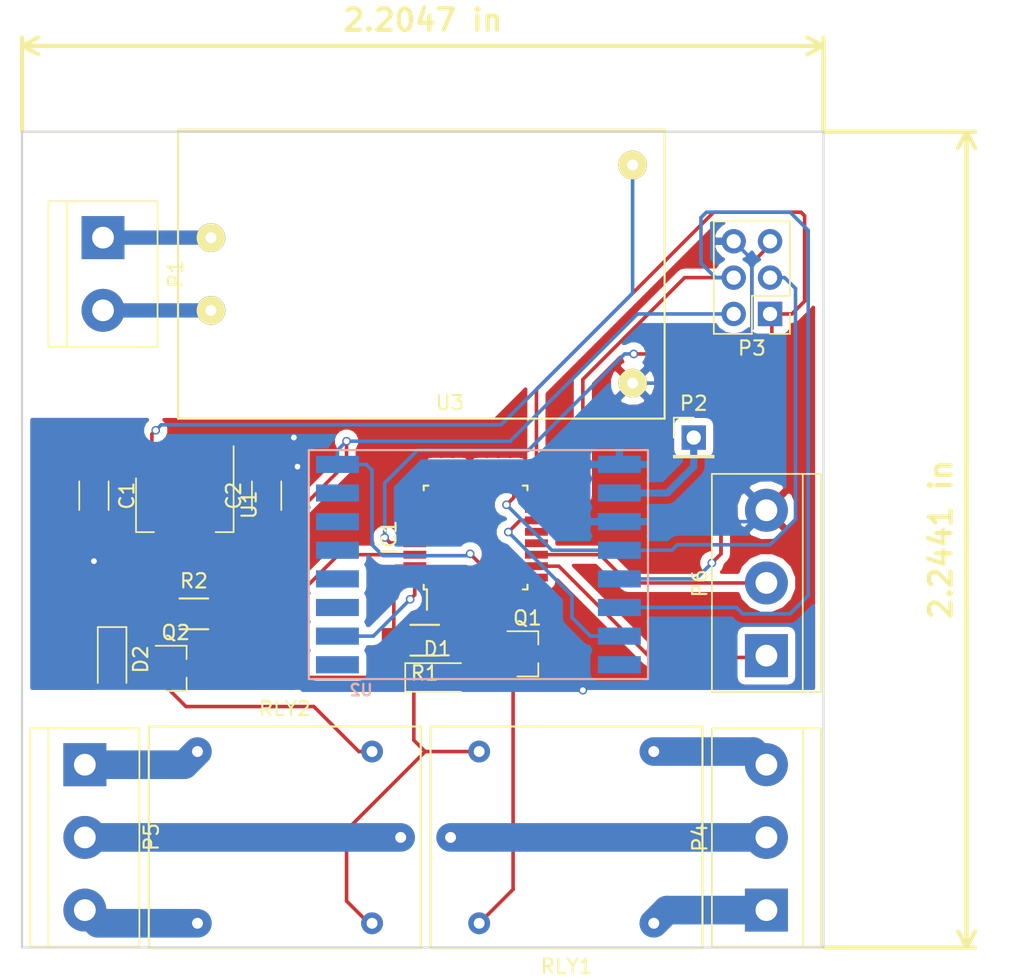
<source format=kicad_pcb>
(kicad_pcb (version 20160815) (host pcbnew no-vcs-found-7500~57~ubuntu16.04.1)

  (general
    (links 51)
    (no_connects 0)
    (area 102.8825 55.274 178.830001 123.6765)
    (thickness 1.6)
    (drawings 6)
    (tracks 225)
    (zones 0)
    (modules 20)
    (nets 51)
  )

  (page A4)
  (layers
    (0 F.Cu signal)
    (31 B.Cu signal)
    (32 B.Adhes user)
    (33 F.Adhes user)
    (34 B.Paste user)
    (35 F.Paste user)
    (36 B.SilkS user)
    (37 F.SilkS user)
    (38 B.Mask user)
    (39 F.Mask user)
    (40 Dwgs.User user)
    (41 Cmts.User user)
    (42 Eco1.User user)
    (43 Eco2.User user)
    (44 Edge.Cuts user)
    (45 Margin user)
    (46 B.CrtYd user)
    (47 F.CrtYd user)
    (48 B.Fab user)
    (49 F.Fab user)
  )

  (setup
    (last_trace_width 0.25)
    (user_trace_width 1)
    (user_trace_width 2)
    (user_trace_width 3)
    (trace_clearance 0.2)
    (zone_clearance 0.508)
    (zone_45_only no)
    (trace_min 0.2)
    (segment_width 0.2)
    (edge_width 0.15)
    (via_size 0.6)
    (via_drill 0.4)
    (via_min_size 0.4)
    (via_min_drill 0.3)
    (uvia_size 0.3)
    (uvia_drill 0.1)
    (uvias_allowed no)
    (uvia_min_size 0.2)
    (uvia_min_drill 0.1)
    (pcb_text_width 0.3)
    (pcb_text_size 1.5 1.5)
    (mod_edge_width 0.15)
    (mod_text_size 1 1)
    (mod_text_width 0.15)
    (pad_size 1.7 1.7)
    (pad_drill 0)
    (pad_to_mask_clearance 0.2)
    (aux_axis_origin 0 0)
    (grid_origin 163.83 45.974)
    (visible_elements FFFFFF7F)
    (pcbplotparams
      (layerselection 0x010f0_80000001)
      (usegerberextensions true)
      (excludeedgelayer true)
      (linewidth 0.100000)
      (plotframeref false)
      (viasonmask false)
      (mode 1)
      (useauxorigin false)
      (hpglpennumber 1)
      (hpglpenspeed 20)
      (hpglpendiameter 15)
      (psnegative false)
      (psa4output false)
      (plotreference true)
      (plotvalue true)
      (plotinvisibletext false)
      (padsonsilk false)
      (subtractmaskfromsilk false)
      (outputformat 1)
      (mirror false)
      (drillshape 0)
      (scaleselection 1)
      (outputdirectory GERBER/))
  )

  (net 0 "")
  (net 1 "Net-(IC1-Pad1)")
  (net 2 "Net-(IC1-Pad2)")
  (net 3 /3V3)
  (net 4 "Net-(IC1-Pad7)")
  (net 5 "Net-(IC1-Pad8)")
  (net 6 "Net-(IC1-Pad9)")
  (net 7 "Net-(IC1-Pad10)")
  (net 8 "Net-(IC1-Pad11)")
  (net 9 "Net-(IC1-Pad12)")
  (net 10 "Net-(IC1-Pad13)")
  (net 11 /CS)
  (net 12 /MOSI)
  (net 13 /MISO)
  (net 14 /SCK)
  (net 15 "Net-(IC1-Pad18)")
  (net 16 "Net-(IC1-Pad19)")
  (net 17 "Net-(IC1-Pad20)")
  (net 18 "Net-(IC1-Pad22)")
  (net 19 /RESET)
  (net 20 /IRQ)
  (net 21 "Net-(P2-Pad1)")
  (net 22 /S0)
  (net 23 /S1)
  (net 24 "Net-(U2-Pad1)")
  (net 25 "Net-(U2-Pad3)")
  (net 26 "Net-(U2-Pad4)")
  (net 27 "Net-(U2-Pad5)")
  (net 28 "Net-(U2-Pad6)")
  (net 29 "Net-(U2-Pad7)")
  (net 30 "Net-(U2-Pad16)")
  (net 31 /VCC)
  (net 32 /GND)
  (net 33 /SL7)
  (net 34 /SL6)
  (net 35 /SL5)
  (net 36 /SL4)
  (net 37 /SL3)
  (net 38 /SL2)
  (net 39 /SL1)
  (net 40 /SL0)
  (net 41 "Net-(P4-Pad1)")
  (net 42 "Net-(P4-Pad2)")
  (net 43 "Net-(P4-Pad3)")
  (net 44 "Net-(P5-Pad3)")
  (net 45 "Net-(P5-Pad2)")
  (net 46 "Net-(P5-Pad1)")
  (net 47 "Net-(P1-Pad2)")
  (net 48 "Net-(P1-Pad1)")
  (net 49 "Net-(Q1-Pad1)")
  (net 50 "Net-(Q2-Pad1)")

  (net_class Default "This is the default net class."
    (clearance 0.2)
    (trace_width 0.25)
    (via_dia 0.6)
    (via_drill 0.4)
    (uvia_dia 0.3)
    (uvia_drill 0.1)
    (add_net /3V3)
    (add_net /CS)
    (add_net /GND)
    (add_net /IRQ)
    (add_net /MISO)
    (add_net /MOSI)
    (add_net /RESET)
    (add_net /S0)
    (add_net /S1)
    (add_net /SCK)
    (add_net /SL0)
    (add_net /SL1)
    (add_net /SL2)
    (add_net /SL3)
    (add_net /SL4)
    (add_net /SL5)
    (add_net /SL6)
    (add_net /SL7)
    (add_net /VCC)
    (add_net "Net-(IC1-Pad1)")
    (add_net "Net-(IC1-Pad10)")
    (add_net "Net-(IC1-Pad11)")
    (add_net "Net-(IC1-Pad12)")
    (add_net "Net-(IC1-Pad13)")
    (add_net "Net-(IC1-Pad18)")
    (add_net "Net-(IC1-Pad19)")
    (add_net "Net-(IC1-Pad2)")
    (add_net "Net-(IC1-Pad20)")
    (add_net "Net-(IC1-Pad22)")
    (add_net "Net-(IC1-Pad7)")
    (add_net "Net-(IC1-Pad8)")
    (add_net "Net-(IC1-Pad9)")
    (add_net "Net-(P1-Pad1)")
    (add_net "Net-(P1-Pad2)")
    (add_net "Net-(P4-Pad1)")
    (add_net "Net-(P4-Pad2)")
    (add_net "Net-(P4-Pad3)")
    (add_net "Net-(P5-Pad1)")
    (add_net "Net-(P5-Pad2)")
    (add_net "Net-(P5-Pad3)")
    (add_net "Net-(Q1-Pad1)")
    (add_net "Net-(Q2-Pad1)")
    (add_net "Net-(U2-Pad1)")
    (add_net "Net-(U2-Pad16)")
    (add_net "Net-(U2-Pad3)")
    (add_net "Net-(U2-Pad4)")
    (add_net "Net-(U2-Pad5)")
    (add_net "Net-(U2-Pad6)")
    (add_net "Net-(U2-Pad7)")
  )

  (net_class Big ""
    (clearance 0.5)
    (trace_width 0.5)
    (via_dia 0.6)
    (via_drill 0.4)
    (uvia_dia 0.3)
    (uvia_drill 0.1)
    (add_net "Net-(P2-Pad1)")
  )

  (module Capacitors_SMD:C_1206_HandSoldering (layer F.Cu) (tedit 541A9C03) (tstamp 58851CDA)
    (at 109.855 89.408 270)
    (descr "Capacitor SMD 1206, hand soldering")
    (tags "capacitor 1206")
    (path /587650E8)
    (attr smd)
    (fp_text reference C1 (at 0 -2.3 270) (layer F.SilkS)
      (effects (font (size 1 1) (thickness 0.15)))
    )
    (fp_text value 10uF (at 0 2.3 270) (layer F.Fab)
      (effects (font (size 1 1) (thickness 0.15)))
    )
    (fp_line (start -1 1.025) (end 1 1.025) (layer F.SilkS) (width 0.12))
    (fp_line (start 1 -1.025) (end -1 -1.025) (layer F.SilkS) (width 0.12))
    (fp_line (start 3.3 -1.15) (end 3.3 1.15) (layer F.CrtYd) (width 0.05))
    (fp_line (start -3.3 -1.15) (end -3.3 1.15) (layer F.CrtYd) (width 0.05))
    (fp_line (start -3.3 1.15) (end 3.3 1.15) (layer F.CrtYd) (width 0.05))
    (fp_line (start -3.3 -1.15) (end 3.3 -1.15) (layer F.CrtYd) (width 0.05))
    (fp_line (start -1.6 -0.8) (end 1.6 -0.8) (layer F.Fab) (width 0.1))
    (fp_line (start 1.6 -0.8) (end 1.6 0.8) (layer F.Fab) (width 0.1))
    (fp_line (start 1.6 0.8) (end -1.6 0.8) (layer F.Fab) (width 0.1))
    (fp_line (start -1.6 0.8) (end -1.6 -0.8) (layer F.Fab) (width 0.1))
    (pad 2 smd rect (at 2 0 270) (size 2 1.6) (layers F.Cu F.Paste F.Mask)
      (net 32 /GND))
    (pad 1 smd rect (at -2 0 270) (size 2 1.6) (layers F.Cu F.Paste F.Mask)
      (net 31 /VCC))
    (model Capacitors_SMD.3dshapes/C_1206_HandSoldering.wrl
      (at (xyz 0 0 0))
      (scale (xyz 1 1 1))
      (rotate (xyz 0 0 0))
    )
  )

  (module Capacitors_SMD:C_1206_HandSoldering (layer F.Cu) (tedit 541A9C03) (tstamp 58851CE0)
    (at 121.92 89.408 90)
    (descr "Capacitor SMD 1206, hand soldering")
    (tags "capacitor 1206")
    (path /58764C44)
    (attr smd)
    (fp_text reference C2 (at 0 -2.3 90) (layer F.SilkS)
      (effects (font (size 1 1) (thickness 0.15)))
    )
    (fp_text value 10uF (at 0 2.3 90) (layer F.Fab)
      (effects (font (size 1 1) (thickness 0.15)))
    )
    (fp_line (start -1.6 0.8) (end -1.6 -0.8) (layer F.Fab) (width 0.1))
    (fp_line (start 1.6 0.8) (end -1.6 0.8) (layer F.Fab) (width 0.1))
    (fp_line (start 1.6 -0.8) (end 1.6 0.8) (layer F.Fab) (width 0.1))
    (fp_line (start -1.6 -0.8) (end 1.6 -0.8) (layer F.Fab) (width 0.1))
    (fp_line (start -3.3 -1.15) (end 3.3 -1.15) (layer F.CrtYd) (width 0.05))
    (fp_line (start -3.3 1.15) (end 3.3 1.15) (layer F.CrtYd) (width 0.05))
    (fp_line (start -3.3 -1.15) (end -3.3 1.15) (layer F.CrtYd) (width 0.05))
    (fp_line (start 3.3 -1.15) (end 3.3 1.15) (layer F.CrtYd) (width 0.05))
    (fp_line (start 1 -1.025) (end -1 -1.025) (layer F.SilkS) (width 0.12))
    (fp_line (start -1 1.025) (end 1 1.025) (layer F.SilkS) (width 0.12))
    (pad 1 smd rect (at -2 0 90) (size 2 1.6) (layers F.Cu F.Paste F.Mask)
      (net 3 /3V3))
    (pad 2 smd rect (at 2 0 90) (size 2 1.6) (layers F.Cu F.Paste F.Mask)
      (net 32 /GND))
    (model Capacitors_SMD.3dshapes/C_1206_HandSoldering.wrl
      (at (xyz 0 0 0))
      (scale (xyz 1 1 1))
      (rotate (xyz 0 0 0))
    )
  )

  (module Housings_QFP:TQFP-32_7x7mm_Pitch0.8mm (layer F.Cu) (tedit 54130A77) (tstamp 58851D04)
    (at 136.525 92.329 90)
    (descr "32-Lead Plastic Thin Quad Flatpack (PT) - 7x7x1.0 mm Body, 2.00 mm [TQFP] (see Microchip Packaging Specification 00000049BS.pdf)")
    (tags "QFP 0.8")
    (path /5876469C)
    (attr smd)
    (fp_text reference IC1 (at 0 -6.05 90) (layer F.SilkS)
      (effects (font (size 1 1) (thickness 0.15)))
    )
    (fp_text value ATMEGA328-A (at 0 6.05 90) (layer F.Fab)
      (effects (font (size 1 1) (thickness 0.15)))
    )
    (fp_line (start -3.625 -3.4) (end -5.05 -3.4) (layer F.SilkS) (width 0.15))
    (fp_line (start 3.625 -3.625) (end 3.3 -3.625) (layer F.SilkS) (width 0.15))
    (fp_line (start 3.625 3.625) (end 3.3 3.625) (layer F.SilkS) (width 0.15))
    (fp_line (start -3.625 3.625) (end -3.3 3.625) (layer F.SilkS) (width 0.15))
    (fp_line (start -3.625 -3.625) (end -3.3 -3.625) (layer F.SilkS) (width 0.15))
    (fp_line (start -3.625 3.625) (end -3.625 3.3) (layer F.SilkS) (width 0.15))
    (fp_line (start 3.625 3.625) (end 3.625 3.3) (layer F.SilkS) (width 0.15))
    (fp_line (start 3.625 -3.625) (end 3.625 -3.3) (layer F.SilkS) (width 0.15))
    (fp_line (start -3.625 -3.625) (end -3.625 -3.4) (layer F.SilkS) (width 0.15))
    (fp_line (start -5.3 5.3) (end 5.3 5.3) (layer F.CrtYd) (width 0.05))
    (fp_line (start -5.3 -5.3) (end 5.3 -5.3) (layer F.CrtYd) (width 0.05))
    (fp_line (start 5.3 -5.3) (end 5.3 5.3) (layer F.CrtYd) (width 0.05))
    (fp_line (start -5.3 -5.3) (end -5.3 5.3) (layer F.CrtYd) (width 0.05))
    (fp_line (start -3.5 -2.5) (end -2.5 -3.5) (layer F.Fab) (width 0.15))
    (fp_line (start -3.5 3.5) (end -3.5 -2.5) (layer F.Fab) (width 0.15))
    (fp_line (start 3.5 3.5) (end -3.5 3.5) (layer F.Fab) (width 0.15))
    (fp_line (start 3.5 -3.5) (end 3.5 3.5) (layer F.Fab) (width 0.15))
    (fp_line (start -2.5 -3.5) (end 3.5 -3.5) (layer F.Fab) (width 0.15))
    (fp_text user %R (at 0 0 90) (layer F.Fab)
      (effects (font (size 1 1) (thickness 0.15)))
    )
    (pad 32 smd rect (at -2.8 -4.25 180) (size 1.6 0.55) (layers F.Cu F.Paste F.Mask)
      (net 20 /IRQ))
    (pad 31 smd rect (at -2 -4.25 180) (size 1.6 0.55) (layers F.Cu F.Paste F.Mask)
      (net 40 /SL0))
    (pad 30 smd rect (at -1.2 -4.25 180) (size 1.6 0.55) (layers F.Cu F.Paste F.Mask)
      (net 39 /SL1))
    (pad 29 smd rect (at -0.4 -4.25 180) (size 1.6 0.55) (layers F.Cu F.Paste F.Mask)
      (net 19 /RESET))
    (pad 28 smd rect (at 0.4 -4.25 180) (size 1.6 0.55) (layers F.Cu F.Paste F.Mask)
      (net 38 /SL2))
    (pad 27 smd rect (at 1.2 -4.25 180) (size 1.6 0.55) (layers F.Cu F.Paste F.Mask)
      (net 37 /SL3))
    (pad 26 smd rect (at 2 -4.25 180) (size 1.6 0.55) (layers F.Cu F.Paste F.Mask)
      (net 36 /SL4))
    (pad 25 smd rect (at 2.8 -4.25 180) (size 1.6 0.55) (layers F.Cu F.Paste F.Mask)
      (net 35 /SL5))
    (pad 24 smd rect (at 4.25 -2.8 90) (size 1.6 0.55) (layers F.Cu F.Paste F.Mask)
      (net 34 /SL6))
    (pad 23 smd rect (at 4.25 -2 90) (size 1.6 0.55) (layers F.Cu F.Paste F.Mask)
      (net 33 /SL7))
    (pad 22 smd rect (at 4.25 -1.2 90) (size 1.6 0.55) (layers F.Cu F.Paste F.Mask)
      (net 18 "Net-(IC1-Pad22)"))
    (pad 21 smd rect (at 4.25 -0.4 90) (size 1.6 0.55) (layers F.Cu F.Paste F.Mask)
      (net 32 /GND))
    (pad 20 smd rect (at 4.25 0.4 90) (size 1.6 0.55) (layers F.Cu F.Paste F.Mask)
      (net 17 "Net-(IC1-Pad20)"))
    (pad 19 smd rect (at 4.25 1.2 90) (size 1.6 0.55) (layers F.Cu F.Paste F.Mask)
      (net 16 "Net-(IC1-Pad19)"))
    (pad 18 smd rect (at 4.25 2 90) (size 1.6 0.55) (layers F.Cu F.Paste F.Mask)
      (net 15 "Net-(IC1-Pad18)"))
    (pad 17 smd rect (at 4.25 2.8 90) (size 1.6 0.55) (layers F.Cu F.Paste F.Mask)
      (net 14 /SCK))
    (pad 16 smd rect (at 2.8 4.25 180) (size 1.6 0.55) (layers F.Cu F.Paste F.Mask)
      (net 13 /MISO))
    (pad 15 smd rect (at 2 4.25 180) (size 1.6 0.55) (layers F.Cu F.Paste F.Mask)
      (net 12 /MOSI))
    (pad 14 smd rect (at 1.2 4.25 180) (size 1.6 0.55) (layers F.Cu F.Paste F.Mask)
      (net 11 /CS))
    (pad 13 smd rect (at 0.4 4.25 180) (size 1.6 0.55) (layers F.Cu F.Paste F.Mask)
      (net 10 "Net-(IC1-Pad13)"))
    (pad 12 smd rect (at -0.4 4.25 180) (size 1.6 0.55) (layers F.Cu F.Paste F.Mask)
      (net 9 "Net-(IC1-Pad12)"))
    (pad 11 smd rect (at -1.2 4.25 180) (size 1.6 0.55) (layers F.Cu F.Paste F.Mask)
      (net 8 "Net-(IC1-Pad11)"))
    (pad 10 smd rect (at -2 4.25 180) (size 1.6 0.55) (layers F.Cu F.Paste F.Mask)
      (net 7 "Net-(IC1-Pad10)"))
    (pad 9 smd rect (at -2.8 4.25 180) (size 1.6 0.55) (layers F.Cu F.Paste F.Mask)
      (net 6 "Net-(IC1-Pad9)"))
    (pad 8 smd rect (at -4.25 2.8 90) (size 1.6 0.55) (layers F.Cu F.Paste F.Mask)
      (net 5 "Net-(IC1-Pad8)"))
    (pad 7 smd rect (at -4.25 2 90) (size 1.6 0.55) (layers F.Cu F.Paste F.Mask)
      (net 4 "Net-(IC1-Pad7)"))
    (pad 6 smd rect (at -4.25 1.2 90) (size 1.6 0.55) (layers F.Cu F.Paste F.Mask)
      (net 3 /3V3))
    (pad 5 smd rect (at -4.25 0.4 90) (size 1.6 0.55) (layers F.Cu F.Paste F.Mask)
      (net 32 /GND))
    (pad 4 smd rect (at -4.25 -0.4 90) (size 1.6 0.55) (layers F.Cu F.Paste F.Mask)
      (net 3 /3V3))
    (pad 3 smd rect (at -4.25 -1.2 90) (size 1.6 0.55) (layers F.Cu F.Paste F.Mask)
      (net 32 /GND))
    (pad 2 smd rect (at -4.25 -2 90) (size 1.6 0.55) (layers F.Cu F.Paste F.Mask)
      (net 2 "Net-(IC1-Pad2)"))
    (pad 1 smd rect (at -4.25 -2.8 90) (size 1.6 0.55) (layers F.Cu F.Paste F.Mask)
      (net 1 "Net-(IC1-Pad1)"))
    (model Housings_QFP.3dshapes/TQFP-32_7x7mm_Pitch0.8mm.wrl
      (at (xyz 0 0 0))
      (scale (xyz 1 1 1))
      (rotate (xyz 0 0 0))
    )
  )

  (module Connectors:bornier2 (layer F.Cu) (tedit 587FD522) (tstamp 58851D0A)
    (at 110.49 71.374 270)
    (descr "Bornier d'alimentation 2 pins")
    (tags DEV)
    (path /58852A1C)
    (fp_text reference P1 (at 2.54 -5.08 270) (layer F.SilkS)
      (effects (font (size 1 1) (thickness 0.15)))
    )
    (fp_text value CONN_01X02 (at 2.54 5.08 270) (layer F.Fab)
      (effects (font (size 1 1) (thickness 0.15)))
    )
    (fp_line (start 7.79 4) (end -2.71 4) (layer F.CrtYd) (width 0.05))
    (fp_line (start 7.79 4) (end 7.79 -4) (layer F.CrtYd) (width 0.05))
    (fp_line (start -2.71 -4) (end -2.71 4) (layer F.CrtYd) (width 0.05))
    (fp_line (start -2.71 -4) (end 7.79 -4) (layer F.CrtYd) (width 0.05))
    (fp_line (start -2.54 3.81) (end 7.62 3.81) (layer F.SilkS) (width 0.12))
    (fp_line (start -2.54 -3.81) (end -2.54 3.81) (layer F.SilkS) (width 0.12))
    (fp_line (start 7.62 -3.81) (end -2.54 -3.81) (layer F.SilkS) (width 0.12))
    (fp_line (start 7.62 3.81) (end 7.62 -3.81) (layer F.SilkS) (width 0.12))
    (fp_line (start 7.62 2.54) (end -2.54 2.54) (layer F.SilkS) (width 0.12))
    (fp_line (start 7.54 -3.75) (end -2.46 -3.75) (layer F.Fab) (width 0.1))
    (fp_line (start 7.54 3.75) (end 7.54 -3.75) (layer F.Fab) (width 0.1))
    (fp_line (start -2.46 3.75) (end 7.54 3.75) (layer F.Fab) (width 0.1))
    (fp_line (start -2.46 -3.75) (end -2.46 3.75) (layer F.Fab) (width 0.1))
    (fp_line (start -2.41 2.55) (end 7.49 2.55) (layer F.Fab) (width 0.1))
    (pad 2 thru_hole circle (at 5.08 0 270) (size 3 3) (drill 1.52) (layers *.Cu *.Mask)
      (net 47 "Net-(P1-Pad2)"))
    (pad 1 thru_hole rect (at 0 0 270) (size 3 3) (drill 1.52) (layers *.Cu *.Mask)
      (net 48 "Net-(P1-Pad1)"))
    (model Connectors.3dshapes/bornier2.wrl
      (at (xyz 0 0 0))
      (scale (xyz 1 1 1))
      (rotate (xyz 0 0 0))
    )
  )

  (module Pin_Headers:Pin_Header_Straight_1x01_Pitch2.54mm (layer F.Cu) (tedit 5862ED52) (tstamp 58851D0F)
    (at 151.765 85.344)
    (descr "Through hole straight pin header, 1x01, 2.54mm pitch, single row")
    (tags "Through hole pin header THT 1x01 2.54mm single row")
    (path /58765535)
    (fp_text reference P2 (at 0 -2.39) (layer F.SilkS)
      (effects (font (size 1 1) (thickness 0.15)))
    )
    (fp_text value ANT (at 0 2.39) (layer F.Fab)
      (effects (font (size 1 1) (thickness 0.15)))
    )
    (fp_line (start 1.6 -1.6) (end -1.6 -1.6) (layer F.CrtYd) (width 0.05))
    (fp_line (start 1.6 1.6) (end 1.6 -1.6) (layer F.CrtYd) (width 0.05))
    (fp_line (start -1.6 1.6) (end 1.6 1.6) (layer F.CrtYd) (width 0.05))
    (fp_line (start -1.6 -1.6) (end -1.6 1.6) (layer F.CrtYd) (width 0.05))
    (fp_line (start -1.39 -1.39) (end 0 -1.39) (layer F.SilkS) (width 0.12))
    (fp_line (start -1.39 0) (end -1.39 -1.39) (layer F.SilkS) (width 0.12))
    (fp_line (start 1.39 1.27) (end -1.39 1.27) (layer F.SilkS) (width 0.12))
    (fp_line (start 1.39 1.39) (end 1.39 1.27) (layer F.SilkS) (width 0.12))
    (fp_line (start -1.39 1.39) (end 1.39 1.39) (layer F.SilkS) (width 0.12))
    (fp_line (start -1.39 1.27) (end -1.39 1.39) (layer F.SilkS) (width 0.12))
    (fp_line (start 1.27 -1.27) (end -1.27 -1.27) (layer F.Fab) (width 0.1))
    (fp_line (start 1.27 1.27) (end 1.27 -1.27) (layer F.Fab) (width 0.1))
    (fp_line (start -1.27 1.27) (end 1.27 1.27) (layer F.Fab) (width 0.1))
    (fp_line (start -1.27 -1.27) (end -1.27 1.27) (layer F.Fab) (width 0.1))
    (pad 1 thru_hole rect (at 0 0) (size 1.7 1.7) (drill 1) (layers *.Cu *.Mask)
      (net 21 "Net-(P2-Pad1)"))
    (model Pin_Headers.3dshapes/Pin_Header_Straight_1x01_Pitch2.54mm.wrl
      (at (xyz 0 0 0))
      (scale (xyz 1 1 1))
      (rotate (xyz 0 0 90))
    )
  )

  (module Pin_Headers:Pin_Header_Straight_2x03_Pitch2.54mm (layer F.Cu) (tedit 5862ED53) (tstamp 58851D19)
    (at 157.099 76.708 180)
    (descr "Through hole straight pin header, 2x03, 2.54mm pitch, double rows")
    (tags "Through hole pin header THT 2x03 2.54mm double row")
    (path /58764DB3)
    (fp_text reference P3 (at 1.27 -2.39 180) (layer F.SilkS)
      (effects (font (size 1 1) (thickness 0.15)))
    )
    (fp_text value CONN_02X03 (at 1.27 7.47 180) (layer F.Fab)
      (effects (font (size 1 1) (thickness 0.15)))
    )
    (fp_line (start 4.1 -1.6) (end -1.6 -1.6) (layer F.CrtYd) (width 0.05))
    (fp_line (start 4.1 6.6) (end 4.1 -1.6) (layer F.CrtYd) (width 0.05))
    (fp_line (start -1.6 6.6) (end 4.1 6.6) (layer F.CrtYd) (width 0.05))
    (fp_line (start -1.6 -1.6) (end -1.6 6.6) (layer F.CrtYd) (width 0.05))
    (fp_line (start -1.39 -1.39) (end 0 -1.39) (layer F.SilkS) (width 0.12))
    (fp_line (start -1.39 0) (end -1.39 -1.39) (layer F.SilkS) (width 0.12))
    (fp_line (start 1.27 1.27) (end -1.39 1.27) (layer F.SilkS) (width 0.12))
    (fp_line (start 1.27 -1.39) (end 1.27 1.27) (layer F.SilkS) (width 0.12))
    (fp_line (start 3.93 -1.39) (end 1.27 -1.39) (layer F.SilkS) (width 0.12))
    (fp_line (start 3.93 6.47) (end 3.93 -1.39) (layer F.SilkS) (width 0.12))
    (fp_line (start -1.39 6.47) (end 3.93 6.47) (layer F.SilkS) (width 0.12))
    (fp_line (start -1.39 1.27) (end -1.39 6.47) (layer F.SilkS) (width 0.12))
    (fp_line (start 3.81 -1.27) (end -1.27 -1.27) (layer F.Fab) (width 0.1))
    (fp_line (start 3.81 6.35) (end 3.81 -1.27) (layer F.Fab) (width 0.1))
    (fp_line (start -1.27 6.35) (end 3.81 6.35) (layer F.Fab) (width 0.1))
    (fp_line (start -1.27 -1.27) (end -1.27 6.35) (layer F.Fab) (width 0.1))
    (pad 6 thru_hole oval (at 2.54 5.08 180) (size 1.7 1.7) (drill 1) (layers *.Cu *.Mask)
      (net 32 /GND))
    (pad 5 thru_hole oval (at 0 5.08 180) (size 1.7 1.7) (drill 1) (layers *.Cu *.Mask)
      (net 19 /RESET))
    (pad 4 thru_hole oval (at 2.54 2.54 180) (size 1.7 1.7) (drill 1) (layers *.Cu *.Mask)
      (net 12 /MOSI))
    (pad 3 thru_hole oval (at 0 2.54 180) (size 1.7 1.7) (drill 1) (layers *.Cu *.Mask)
      (net 14 /SCK))
    (pad 2 thru_hole oval (at 2.54 0 180) (size 1.7 1.7) (drill 1) (layers *.Cu *.Mask)
      (net 3 /3V3))
    (pad 1 thru_hole rect (at 0 0 180) (size 1.7 1.7) (drill 1) (layers *.Cu *.Mask)
      (net 13 /MISO))
    (model Pin_Headers.3dshapes/Pin_Header_Straight_2x03_Pitch2.54mm.wrl
      (at (xyz 0.05 -0.1 0))
      (scale (xyz 1 1 1))
      (rotate (xyz 0 0 90))
    )
  )

  (module Connectors:bornier3 (layer F.Cu) (tedit 587FD5F2) (tstamp 58851D20)
    (at 156.845 118.364 90)
    (descr "Bornier d'alimentation 3 pins")
    (tags DEV)
    (path /5882307D)
    (fp_text reference P4 (at 5.05 -4.65 90) (layer F.SilkS)
      (effects (font (size 1 1) (thickness 0.15)))
    )
    (fp_text value CONN_01X03 (at 5.08 5.08 90) (layer F.Fab)
      (effects (font (size 1 1) (thickness 0.15)))
    )
    (fp_line (start -2.47 2.55) (end 12.63 2.55) (layer F.Fab) (width 0.1))
    (fp_line (start -2.47 -3.75) (end 12.63 -3.75) (layer F.Fab) (width 0.1))
    (fp_line (start 12.63 -3.75) (end 12.63 3.75) (layer F.Fab) (width 0.1))
    (fp_line (start 12.63 3.75) (end -2.47 3.75) (layer F.Fab) (width 0.1))
    (fp_line (start -2.47 3.75) (end -2.47 -3.75) (layer F.Fab) (width 0.1))
    (fp_line (start -2.54 3.81) (end -2.54 -3.81) (layer F.SilkS) (width 0.12))
    (fp_line (start 12.7 3.81) (end 12.7 -3.81) (layer F.SilkS) (width 0.12))
    (fp_line (start -2.54 2.54) (end 12.7 2.54) (layer F.SilkS) (width 0.12))
    (fp_line (start -2.54 -3.81) (end 12.7 -3.81) (layer F.SilkS) (width 0.12))
    (fp_line (start -2.54 3.81) (end 12.7 3.81) (layer F.SilkS) (width 0.12))
    (fp_line (start -2.72 -4) (end 12.88 -4) (layer F.CrtYd) (width 0.05))
    (fp_line (start -2.72 -4) (end -2.72 4) (layer F.CrtYd) (width 0.05))
    (fp_line (start 12.88 4) (end 12.88 -4) (layer F.CrtYd) (width 0.05))
    (fp_line (start 12.88 4) (end -2.72 4) (layer F.CrtYd) (width 0.05))
    (pad 1 thru_hole rect (at 0 0 90) (size 3 3) (drill 1.52) (layers *.Cu *.Mask)
      (net 41 "Net-(P4-Pad1)"))
    (pad 2 thru_hole circle (at 5.08 0 90) (size 3 3) (drill 1.52) (layers *.Cu *.Mask)
      (net 42 "Net-(P4-Pad2)"))
    (pad 3 thru_hole circle (at 10.16 0 90) (size 3 3) (drill 1.52) (layers *.Cu *.Mask)
      (net 43 "Net-(P4-Pad3)"))
    (model Connectors.3dshapes/bornier3.wrl
      (at (xyz 0 0 0))
      (scale (xyz 1 1 1))
      (rotate (xyz 0 0 0))
    )
  )

  (module Connectors:bornier3 (layer F.Cu) (tedit 587FD5F2) (tstamp 58851D27)
    (at 109.22 108.204 270)
    (descr "Bornier d'alimentation 3 pins")
    (tags DEV)
    (path /58823D2E)
    (fp_text reference P5 (at 5.05 -4.65 270) (layer F.SilkS)
      (effects (font (size 1 1) (thickness 0.15)))
    )
    (fp_text value CONN_01X03 (at 5.08 5.08 270) (layer F.Fab)
      (effects (font (size 1 1) (thickness 0.15)))
    )
    (fp_line (start 12.88 4) (end -2.72 4) (layer F.CrtYd) (width 0.05))
    (fp_line (start 12.88 4) (end 12.88 -4) (layer F.CrtYd) (width 0.05))
    (fp_line (start -2.72 -4) (end -2.72 4) (layer F.CrtYd) (width 0.05))
    (fp_line (start -2.72 -4) (end 12.88 -4) (layer F.CrtYd) (width 0.05))
    (fp_line (start -2.54 3.81) (end 12.7 3.81) (layer F.SilkS) (width 0.12))
    (fp_line (start -2.54 -3.81) (end 12.7 -3.81) (layer F.SilkS) (width 0.12))
    (fp_line (start -2.54 2.54) (end 12.7 2.54) (layer F.SilkS) (width 0.12))
    (fp_line (start 12.7 3.81) (end 12.7 -3.81) (layer F.SilkS) (width 0.12))
    (fp_line (start -2.54 3.81) (end -2.54 -3.81) (layer F.SilkS) (width 0.12))
    (fp_line (start -2.47 3.75) (end -2.47 -3.75) (layer F.Fab) (width 0.1))
    (fp_line (start 12.63 3.75) (end -2.47 3.75) (layer F.Fab) (width 0.1))
    (fp_line (start 12.63 -3.75) (end 12.63 3.75) (layer F.Fab) (width 0.1))
    (fp_line (start -2.47 -3.75) (end 12.63 -3.75) (layer F.Fab) (width 0.1))
    (fp_line (start -2.47 2.55) (end 12.63 2.55) (layer F.Fab) (width 0.1))
    (pad 3 thru_hole circle (at 10.16 0 270) (size 3 3) (drill 1.52) (layers *.Cu *.Mask)
      (net 44 "Net-(P5-Pad3)"))
    (pad 2 thru_hole circle (at 5.08 0 270) (size 3 3) (drill 1.52) (layers *.Cu *.Mask)
      (net 45 "Net-(P5-Pad2)"))
    (pad 1 thru_hole rect (at 0 0 270) (size 3 3) (drill 1.52) (layers *.Cu *.Mask)
      (net 46 "Net-(P5-Pad1)"))
    (model Connectors.3dshapes/bornier3.wrl
      (at (xyz 0 0 0))
      (scale (xyz 1 1 1))
      (rotate (xyz 0 0 0))
    )
  )

  (module Connectors:bornier3 (layer F.Cu) (tedit 587FD5F2) (tstamp 58851D2E)
    (at 156.845 100.584 90)
    (descr "Bornier d'alimentation 3 pins")
    (tags DEV)
    (path /58852D01)
    (fp_text reference P6 (at 5.05 -4.65 90) (layer F.SilkS)
      (effects (font (size 1 1) (thickness 0.15)))
    )
    (fp_text value CONN_01X03 (at 5.08 5.08 90) (layer F.Fab)
      (effects (font (size 1 1) (thickness 0.15)))
    )
    (fp_line (start 12.88 4) (end -2.72 4) (layer F.CrtYd) (width 0.05))
    (fp_line (start 12.88 4) (end 12.88 -4) (layer F.CrtYd) (width 0.05))
    (fp_line (start -2.72 -4) (end -2.72 4) (layer F.CrtYd) (width 0.05))
    (fp_line (start -2.72 -4) (end 12.88 -4) (layer F.CrtYd) (width 0.05))
    (fp_line (start -2.54 3.81) (end 12.7 3.81) (layer F.SilkS) (width 0.12))
    (fp_line (start -2.54 -3.81) (end 12.7 -3.81) (layer F.SilkS) (width 0.12))
    (fp_line (start -2.54 2.54) (end 12.7 2.54) (layer F.SilkS) (width 0.12))
    (fp_line (start 12.7 3.81) (end 12.7 -3.81) (layer F.SilkS) (width 0.12))
    (fp_line (start -2.54 3.81) (end -2.54 -3.81) (layer F.SilkS) (width 0.12))
    (fp_line (start -2.47 3.75) (end -2.47 -3.75) (layer F.Fab) (width 0.1))
    (fp_line (start 12.63 3.75) (end -2.47 3.75) (layer F.Fab) (width 0.1))
    (fp_line (start 12.63 -3.75) (end 12.63 3.75) (layer F.Fab) (width 0.1))
    (fp_line (start -2.47 -3.75) (end 12.63 -3.75) (layer F.Fab) (width 0.1))
    (fp_line (start -2.47 2.55) (end 12.63 2.55) (layer F.Fab) (width 0.1))
    (pad 3 thru_hole circle (at 10.16 0 90) (size 3 3) (drill 1.52) (layers *.Cu *.Mask)
      (net 32 /GND))
    (pad 2 thru_hole circle (at 5.08 0 90) (size 3 3) (drill 1.52) (layers *.Cu *.Mask)
      (net 8 "Net-(IC1-Pad11)"))
    (pad 1 thru_hole rect (at 0 0 90) (size 3 3) (drill 1.52) (layers *.Cu *.Mask)
      (net 7 "Net-(IC1-Pad10)"))
    (model Connectors.3dshapes/bornier3.wrl
      (at (xyz 0 0 0))
      (scale (xyz 1 1 1))
      (rotate (xyz 0 0 0))
    )
  )

  (module TO_SOT_Packages_SMD:SOT-23 (layer F.Cu) (tedit 583F39EB) (tstamp 58851D35)
    (at 140.1445 100.457)
    (descr "SOT-23, Standard")
    (tags SOT-23)
    (path /58851D41)
    (attr smd)
    (fp_text reference Q1 (at 0 -2.5) (layer F.SilkS)
      (effects (font (size 1 1) (thickness 0.15)))
    )
    (fp_text value PZT2222A (at 0 2.5) (layer F.Fab)
      (effects (font (size 1 1) (thickness 0.15)))
    )
    (fp_line (start 0.76 1.58) (end 0.76 0.65) (layer F.SilkS) (width 0.12))
    (fp_line (start 0.76 -1.58) (end 0.76 -0.65) (layer F.SilkS) (width 0.12))
    (fp_line (start 0.7 -1.52) (end 0.7 1.52) (layer F.Fab) (width 0.15))
    (fp_line (start -0.7 1.52) (end 0.7 1.52) (layer F.Fab) (width 0.15))
    (fp_line (start -1.7 -1.75) (end 1.7 -1.75) (layer F.CrtYd) (width 0.05))
    (fp_line (start 1.7 -1.75) (end 1.7 1.75) (layer F.CrtYd) (width 0.05))
    (fp_line (start 1.7 1.75) (end -1.7 1.75) (layer F.CrtYd) (width 0.05))
    (fp_line (start -1.7 1.75) (end -1.7 -1.75) (layer F.CrtYd) (width 0.05))
    (fp_line (start 0.76 -1.58) (end -1.4 -1.58) (layer F.SilkS) (width 0.12))
    (fp_line (start -0.7 -1.52) (end 0.7 -1.52) (layer F.Fab) (width 0.15))
    (fp_line (start -0.7 -1.52) (end -0.7 1.52) (layer F.Fab) (width 0.15))
    (fp_line (start 0.76 1.58) (end -0.7 1.58) (layer F.SilkS) (width 0.12))
    (pad 1 smd rect (at -1 -0.95) (size 0.9 0.8) (layers F.Cu F.Paste F.Mask)
      (net 49 "Net-(Q1-Pad1)"))
    (pad 2 smd rect (at -1 0.95) (size 0.9 0.8) (layers F.Cu F.Paste F.Mask)
      (net 22 /S0))
    (pad 3 smd rect (at 1 0) (size 0.9 0.8) (layers F.Cu F.Paste F.Mask)
      (net 32 /GND))
    (model TO_SOT_Packages_SMD.3dshapes/SOT-23.wrl
      (at (xyz 0 0 0))
      (scale (xyz 1 1 1))
      (rotate (xyz 0 0 90))
    )
  )

  (module TO_SOT_Packages_SMD:SOT-23 (layer F.Cu) (tedit 583F39EB) (tstamp 58851D3C)
    (at 115.57 101.473)
    (descr "SOT-23, Standard")
    (tags SOT-23)
    (path /588522B6)
    (attr smd)
    (fp_text reference Q2 (at 0 -2.5) (layer F.SilkS)
      (effects (font (size 1 1) (thickness 0.15)))
    )
    (fp_text value PZT2222A (at 0 2.5) (layer F.Fab)
      (effects (font (size 1 1) (thickness 0.15)))
    )
    (fp_line (start 0.76 1.58) (end -0.7 1.58) (layer F.SilkS) (width 0.12))
    (fp_line (start -0.7 -1.52) (end -0.7 1.52) (layer F.Fab) (width 0.15))
    (fp_line (start -0.7 -1.52) (end 0.7 -1.52) (layer F.Fab) (width 0.15))
    (fp_line (start 0.76 -1.58) (end -1.4 -1.58) (layer F.SilkS) (width 0.12))
    (fp_line (start -1.7 1.75) (end -1.7 -1.75) (layer F.CrtYd) (width 0.05))
    (fp_line (start 1.7 1.75) (end -1.7 1.75) (layer F.CrtYd) (width 0.05))
    (fp_line (start 1.7 -1.75) (end 1.7 1.75) (layer F.CrtYd) (width 0.05))
    (fp_line (start -1.7 -1.75) (end 1.7 -1.75) (layer F.CrtYd) (width 0.05))
    (fp_line (start -0.7 1.52) (end 0.7 1.52) (layer F.Fab) (width 0.15))
    (fp_line (start 0.7 -1.52) (end 0.7 1.52) (layer F.Fab) (width 0.15))
    (fp_line (start 0.76 -1.58) (end 0.76 -0.65) (layer F.SilkS) (width 0.12))
    (fp_line (start 0.76 1.58) (end 0.76 0.65) (layer F.SilkS) (width 0.12))
    (pad 3 smd rect (at 1 0) (size 0.9 0.8) (layers F.Cu F.Paste F.Mask)
      (net 32 /GND))
    (pad 2 smd rect (at -1 0.95) (size 0.9 0.8) (layers F.Cu F.Paste F.Mask)
      (net 23 /S1))
    (pad 1 smd rect (at -1 -0.95) (size 0.9 0.8) (layers F.Cu F.Paste F.Mask)
      (net 50 "Net-(Q2-Pad1)"))
    (model TO_SOT_Packages_SMD.3dshapes/SOT-23.wrl
      (at (xyz 0 0 0))
      (scale (xyz 1 1 1))
      (rotate (xyz 0 0 90))
    )
  )

  (module Resistors_SMD:R_1206_HandSoldering (layer F.Cu) (tedit 58307C0D) (tstamp 58851D42)
    (at 132.969 99.5045 180)
    (descr "Resistor SMD 1206, hand soldering")
    (tags "resistor 1206")
    (path /58851E23)
    (attr smd)
    (fp_text reference R1 (at 0 -2.3 180) (layer F.SilkS)
      (effects (font (size 1 1) (thickness 0.15)))
    )
    (fp_text value R (at 0 2.3 180) (layer F.Fab)
      (effects (font (size 1 1) (thickness 0.15)))
    )
    (fp_line (start -1.6 0.8) (end -1.6 -0.8) (layer F.Fab) (width 0.1))
    (fp_line (start 1.6 0.8) (end -1.6 0.8) (layer F.Fab) (width 0.1))
    (fp_line (start 1.6 -0.8) (end 1.6 0.8) (layer F.Fab) (width 0.1))
    (fp_line (start -1.6 -0.8) (end 1.6 -0.8) (layer F.Fab) (width 0.1))
    (fp_line (start -3.3 -1.2) (end 3.3 -1.2) (layer F.CrtYd) (width 0.05))
    (fp_line (start -3.3 1.2) (end 3.3 1.2) (layer F.CrtYd) (width 0.05))
    (fp_line (start -3.3 -1.2) (end -3.3 1.2) (layer F.CrtYd) (width 0.05))
    (fp_line (start 3.3 -1.2) (end 3.3 1.2) (layer F.CrtYd) (width 0.05))
    (fp_line (start 1 1.075) (end -1 1.075) (layer F.SilkS) (width 0.15))
    (fp_line (start -1 -1.075) (end 1 -1.075) (layer F.SilkS) (width 0.15))
    (pad 1 smd rect (at -2 0 180) (size 2 1.7) (layers F.Cu F.Paste F.Mask)
      (net 49 "Net-(Q1-Pad1)"))
    (pad 2 smd rect (at 2 0 180) (size 2 1.7) (layers F.Cu F.Paste F.Mask)
      (net 40 /SL0))
    (model Resistors_SMD.3dshapes/R_1206_HandSoldering.wrl
      (at (xyz 0 0 0))
      (scale (xyz 1 1 1))
      (rotate (xyz 0 0 0))
    )
  )

  (module Resistors_SMD:R_1206_HandSoldering (layer F.Cu) (tedit 58307C0D) (tstamp 58851D48)
    (at 116.84 97.663)
    (descr "Resistor SMD 1206, hand soldering")
    (tags "resistor 1206")
    (path /588522BC)
    (attr smd)
    (fp_text reference R2 (at 0 -2.3) (layer F.SilkS)
      (effects (font (size 1 1) (thickness 0.15)))
    )
    (fp_text value R (at 0 2.3) (layer F.Fab)
      (effects (font (size 1 1) (thickness 0.15)))
    )
    (fp_line (start -1 -1.075) (end 1 -1.075) (layer F.SilkS) (width 0.15))
    (fp_line (start 1 1.075) (end -1 1.075) (layer F.SilkS) (width 0.15))
    (fp_line (start 3.3 -1.2) (end 3.3 1.2) (layer F.CrtYd) (width 0.05))
    (fp_line (start -3.3 -1.2) (end -3.3 1.2) (layer F.CrtYd) (width 0.05))
    (fp_line (start -3.3 1.2) (end 3.3 1.2) (layer F.CrtYd) (width 0.05))
    (fp_line (start -3.3 -1.2) (end 3.3 -1.2) (layer F.CrtYd) (width 0.05))
    (fp_line (start -1.6 -0.8) (end 1.6 -0.8) (layer F.Fab) (width 0.1))
    (fp_line (start 1.6 -0.8) (end 1.6 0.8) (layer F.Fab) (width 0.1))
    (fp_line (start 1.6 0.8) (end -1.6 0.8) (layer F.Fab) (width 0.1))
    (fp_line (start -1.6 0.8) (end -1.6 -0.8) (layer F.Fab) (width 0.1))
    (pad 2 smd rect (at 2 0) (size 2 1.7) (layers F.Cu F.Paste F.Mask)
      (net 39 /SL1))
    (pad 1 smd rect (at -2 0) (size 2 1.7) (layers F.Cu F.Paste F.Mask)
      (net 50 "Net-(Q2-Pad1)"))
    (model Resistors_SMD.3dshapes/R_1206_HandSoldering.wrl
      (at (xyz 0 0 0))
      (scale (xyz 1 1 1))
      (rotate (xyz 0 0 0))
    )
  )

  (module MyLibrary:SRD_Relay_TypeC (layer F.Cu) (tedit 58822E33) (tstamp 58851D51)
    (at 142.875 113.284)
    (path /588234F5)
    (fp_text reference RLY1 (at 0 9) (layer F.SilkS)
      (effects (font (size 1 1) (thickness 0.15)))
    )
    (fp_text value SRD_Type_C (at 0.25 -6.75) (layer F.Fab)
      (effects (font (size 1 1) (thickness 0.15)))
    )
    (fp_line (start -9.5 -7.75) (end 9.5 -7.75) (layer F.SilkS) (width 0.15))
    (fp_line (start 9.5 -7.75) (end 9.5 7.75) (layer F.SilkS) (width 0.15))
    (fp_line (start 9.5 7.75) (end -9.5 7.75) (layer F.SilkS) (width 0.15))
    (fp_line (start -9.5 7.75) (end -9.5 -7.75) (layer F.SilkS) (width 0.15))
    (pad 1 thru_hole circle (at -6.1 -6) (size 1.524 1.524) (drill 0.762) (layers *.Cu *.Mask)
      (net 31 /VCC))
    (pad 2 thru_hole circle (at -6.1 6) (size 1.524 1.524) (drill 0.762) (layers *.Cu *.Mask)
      (net 22 /S0))
    (pad 4 thru_hole circle (at 6.1 6) (size 1.524 1.524) (drill 0.762) (layers *.Cu *.Mask)
      (net 41 "Net-(P4-Pad1)"))
    (pad 3 thru_hole circle (at 6.1 -6) (size 1.524 1.524) (drill 0.762) (layers *.Cu *.Mask)
      (net 43 "Net-(P4-Pad3)"))
    (pad 5 thru_hole circle (at -8.1 0) (size 1.524 1.524) (drill 0.762) (layers *.Cu *.Mask)
      (net 42 "Net-(P4-Pad2)"))
  )

  (module MyLibrary:SRD_Relay_TypeC (layer F.Cu) (tedit 58822E33) (tstamp 58851D5A)
    (at 123.19 113.284 180)
    (path /58823D34)
    (fp_text reference RLY2 (at 0 9 180) (layer F.SilkS)
      (effects (font (size 1 1) (thickness 0.15)))
    )
    (fp_text value SRD_Type_C (at 0.25 -6.75 180) (layer F.Fab)
      (effects (font (size 1 1) (thickness 0.15)))
    )
    (fp_line (start -9.5 7.75) (end -9.5 -7.75) (layer F.SilkS) (width 0.15))
    (fp_line (start 9.5 7.75) (end -9.5 7.75) (layer F.SilkS) (width 0.15))
    (fp_line (start 9.5 -7.75) (end 9.5 7.75) (layer F.SilkS) (width 0.15))
    (fp_line (start -9.5 -7.75) (end 9.5 -7.75) (layer F.SilkS) (width 0.15))
    (pad 5 thru_hole circle (at -8.1 0 180) (size 1.524 1.524) (drill 0.762) (layers *.Cu *.Mask)
      (net 45 "Net-(P5-Pad2)"))
    (pad 3 thru_hole circle (at 6.1 -6 180) (size 1.524 1.524) (drill 0.762) (layers *.Cu *.Mask)
      (net 44 "Net-(P5-Pad3)"))
    (pad 4 thru_hole circle (at 6.1 6 180) (size 1.524 1.524) (drill 0.762) (layers *.Cu *.Mask)
      (net 46 "Net-(P5-Pad1)"))
    (pad 2 thru_hole circle (at -6.1 6 180) (size 1.524 1.524) (drill 0.762) (layers *.Cu *.Mask)
      (net 23 /S1))
    (pad 1 thru_hole circle (at -6.1 -6 180) (size 1.524 1.524) (drill 0.762) (layers *.Cu *.Mask)
      (net 31 /VCC))
  )

  (module TO_SOT_Packages_SMD:SOT-223 (layer F.Cu) (tedit 583F3B4E) (tstamp 58851D62)
    (at 116.205 90.043 270)
    (descr "module CMS SOT223 4 pins")
    (tags "CMS SOT")
    (path /58764782)
    (attr smd)
    (fp_text reference U1 (at 0 -4.5 270) (layer F.SilkS)
      (effects (font (size 1 1) (thickness 0.15)))
    )
    (fp_text value AMS1117 (at 0 4.5 270) (layer F.Fab)
      (effects (font (size 1 1) (thickness 0.15)))
    )
    (fp_line (start 1.85 -3.35) (end 1.85 3.35) (layer F.Fab) (width 0.15))
    (fp_line (start -1.85 3.35) (end 1.85 3.35) (layer F.Fab) (width 0.15))
    (fp_line (start -4.1 -3.41) (end 1.91 -3.41) (layer F.SilkS) (width 0.12))
    (fp_line (start -1.85 -3.35) (end 1.85 -3.35) (layer F.Fab) (width 0.15))
    (fp_line (start -1.85 3.41) (end 1.91 3.41) (layer F.SilkS) (width 0.12))
    (fp_line (start -1.85 -3.35) (end -1.85 3.35) (layer F.Fab) (width 0.15))
    (fp_line (start -4.4 -3.6) (end -4.4 3.6) (layer F.CrtYd) (width 0.05))
    (fp_line (start -4.4 3.6) (end 4.4 3.6) (layer F.CrtYd) (width 0.05))
    (fp_line (start 4.4 3.6) (end 4.4 -3.6) (layer F.CrtYd) (width 0.05))
    (fp_line (start 4.4 -3.6) (end -4.4 -3.6) (layer F.CrtYd) (width 0.05))
    (fp_line (start 1.91 -3.41) (end 1.91 -2.15) (layer F.SilkS) (width 0.12))
    (fp_line (start 1.91 3.41) (end 1.91 2.15) (layer F.SilkS) (width 0.12))
    (pad 1 smd rect (at -3.15 -2.3 270) (size 2 1.5) (layers F.Cu F.Paste F.Mask)
      (net 32 /GND))
    (pad 3 smd rect (at -3.15 2.3 270) (size 2 1.5) (layers F.Cu F.Paste F.Mask)
      (net 31 /VCC))
    (pad 2 smd rect (at -3.15 0 270) (size 2 1.5) (layers F.Cu F.Paste F.Mask)
      (net 3 /3V3))
    (pad 4 smd rect (at 3.15 0 270) (size 2 3.8) (layers F.Cu F.Paste F.Mask))
    (model TO_SOT_Packages_SMD.3dshapes/SOT-223.wrl
      (at (xyz 0 0 0))
      (scale (xyz 0.4 0.4 0.4))
      (rotate (xyz 0 0 90))
    )
  )

  (module mysensors-radio:RFM69HW_SMD_Handsoldering (layer B.Cu) (tedit 558806AF) (tstamp 58851D76)
    (at 128.27 101.219)
    (descr RFM69HW)
    (tags "RFM69HW, RF69")
    (path /587646FD)
    (fp_text reference U2 (at 0.254 1.778) (layer B.SilkS)
      (effects (font (size 0.8 0.8) (thickness 0.16)) (justify mirror))
    )
    (fp_text value RFM69HW (at 8.382 -7.112) (layer B.Fab) hide
      (effects (font (size 0.8 0.8) (thickness 0.16)) (justify mirror))
    )
    (fp_line (start -3.4 1) (end 20.3 1) (layer F.CrtYd) (width 0.15))
    (fp_line (start -3.4 -15) (end 20.3 -15) (layer F.CrtYd) (width 0.15))
    (fp_line (start -3.4 1) (end -3.4 -15) (layer F.CrtYd) (width 0.15))
    (fp_line (start 20.3 1) (end 20.3 -15) (layer F.CrtYd) (width 0.15))
    (fp_line (start -3.4 1) (end 20.3 1) (layer B.CrtYd) (width 0.15))
    (fp_line (start -3.4 1) (end -3.4 -15) (layer B.CrtYd) (width 0.15))
    (fp_line (start 20.3 1) (end 20.3 -15) (layer B.CrtYd) (width 0.15))
    (fp_line (start -3.4 -15) (end 20.3 -15) (layer B.CrtYd) (width 0.15))
    (fp_line (start -3.4 1) (end 20.3 1) (layer B.SilkS) (width 0.15))
    (fp_line (start 20.3 1) (end 20.3 -15) (layer B.SilkS) (width 0.15))
    (fp_line (start 20.3 -15) (end -3.4 -15) (layer B.SilkS) (width 0.15))
    (fp_line (start -3.4 -15) (end -3.4 1) (layer B.SilkS) (width 0.15))
    (pad 16 smd rect (at 18.3 0) (size 3 1.2) (layers B.Cu B.Paste B.Mask)
      (net 30 "Net-(U2-Pad16)"))
    (pad 15 smd rect (at 18.3 -2) (size 3 1.2) (layers B.Cu B.Paste B.Mask)
      (net 11 /CS))
    (pad 14 smd rect (at 18.3 -4) (size 3 1.2) (layers B.Cu B.Paste B.Mask)
      (net 12 /MOSI))
    (pad 13 smd rect (at 18.3 -6) (size 3 1.2) (layers B.Cu B.Paste B.Mask)
      (net 13 /MISO))
    (pad 12 smd rect (at 18.3 -8) (size 3 1.2) (layers B.Cu B.Paste B.Mask)
      (net 14 /SCK))
    (pad 11 smd rect (at 18.3 -10) (size 3 1.2) (layers B.Cu B.Paste B.Mask)
      (net 32 /GND))
    (pad 10 smd rect (at 18.3 -12) (size 3 1.2) (layers B.Cu B.Paste B.Mask)
      (net 21 "Net-(P2-Pad1)"))
    (pad 9 smd rect (at 18.3 -14) (size 3 1.2) (layers B.Cu B.Paste B.Mask)
      (net 32 /GND))
    (pad 8 smd rect (at -1.4 -14) (size 3 1.2) (layers B.Cu B.Paste B.Mask)
      (net 3 /3V3))
    (pad 7 smd rect (at -1.4 -12) (size 3 1.2) (layers B.Cu B.Paste B.Mask)
      (net 29 "Net-(U2-Pad7)"))
    (pad 6 smd rect (at -1.4 -10) (size 3 1.2) (layers B.Cu B.Paste B.Mask)
      (net 28 "Net-(U2-Pad6)"))
    (pad 5 smd rect (at -1.4 -8) (size 3 1.2) (layers B.Cu B.Paste B.Mask)
      (net 27 "Net-(U2-Pad5)"))
    (pad 4 smd rect (at -1.4 -6) (size 3 1.2) (layers B.Cu B.Paste B.Mask)
      (net 26 "Net-(U2-Pad4)"))
    (pad 3 smd rect (at -1.4 -4) (size 3 1.2) (layers B.Cu B.Paste B.Mask)
      (net 25 "Net-(U2-Pad3)"))
    (pad 2 smd rect (at -1.4 -2) (size 3 1.2) (layers B.Cu B.Paste B.Mask)
      (net 20 /IRQ))
    (pad 1 smd rect (at -1.4 0) (size 3 1.2) (layers B.Cu B.Paste B.Mask)
      (net 24 "Net-(U2-Pad1)"))
    (model ${MYSLOCAL}/mysensors.3dshapes/mysensors_radios.3dshapes/rfm69hw.wrl
      (at (xyz 0.332 -0.275 0.03))
      (scale (xyz 0.395 0.395 0.395))
      (rotate (xyz 0 0 180))
    )
    (model Crystals.3dshapes/crystal_FA238-TSX3225.wrl
      (at (xyz 0.332 -0.08 0.06))
      (scale (xyz 0.24 0.24 0.24))
      (rotate (xyz 0 0 90))
    )
    (model Housings_DFN_QFN.3dshapes/QFN-28-1EP_5x5mm_Pitch0.5mm.wrl
      (at (xyz 0.204 -0.445 0.06))
      (scale (xyz 1 1 1))
      (rotate (xyz 0 0 0))
    )
  )

  (module MyLibrary:HLK-PM01 (layer F.Cu) (tedit 57E3C36D) (tstamp 58851D7E)
    (at 118.031001 73.921001)
    (path /588524F4)
    (fp_text reference U3 (at 16.7 9) (layer F.SilkS)
      (effects (font (size 1 1) (thickness 0.15)))
    )
    (fp_text value HLK-PM01 (at 16.9 -9) (layer F.Fab)
      (effects (font (size 1 1) (thickness 0.15)))
    )
    (fp_line (start -2.3 10.1) (end 31.7 10.1) (layer F.SilkS) (width 0.15))
    (fp_line (start 31.7 -10.1) (end -2.3 -10.1) (layer F.SilkS) (width 0.15))
    (fp_line (start 31.7 -10.1) (end 31.7 10.1) (layer F.SilkS) (width 0.15))
    (fp_line (start -2.3 10.1) (end -2.3 -10.1) (layer F.SilkS) (width 0.15))
    (pad 1 thru_hole circle (at 0 -2.54) (size 2 2) (drill 0.762) (layers *.Cu *.Mask F.SilkS)
      (net 48 "Net-(P1-Pad1)"))
    (pad 2 thru_hole circle (at 0 2.54) (size 2 2) (drill 0.762) (layers *.Cu *.Mask F.SilkS)
      (net 47 "Net-(P1-Pad2)"))
    (pad 3 thru_hole circle (at 29.464 -7.62) (size 2 2) (drill 0.762) (layers *.Cu *.Mask F.SilkS)
      (net 31 /VCC))
    (pad 4 thru_hole circle (at 29.464 7.62) (size 2 2) (drill 0.762) (layers *.Cu *.Mask F.SilkS)
      (net 32 /GND))
  )

  (module Diodes_SMD:D_SOD-123 (layer F.Cu) (tedit 58645DC7) (tstamp 58851E7E)
    (at 133.858 102.108)
    (descr SOD-123)
    (tags SOD-123)
    (path /58768BBC)
    (attr smd)
    (fp_text reference D1 (at 0 -2) (layer F.SilkS)
      (effects (font (size 1 1) (thickness 0.15)))
    )
    (fp_text value D (at 0 2.1) (layer F.Fab)
      (effects (font (size 1 1) (thickness 0.15)))
    )
    (fp_line (start -2.25 -1) (end -2.25 1) (layer F.SilkS) (width 0.12))
    (fp_line (start 0.25 0) (end 0.75 0) (layer F.Fab) (width 0.1))
    (fp_line (start 0.25 0.4) (end -0.35 0) (layer F.Fab) (width 0.1))
    (fp_line (start 0.25 -0.4) (end 0.25 0.4) (layer F.Fab) (width 0.1))
    (fp_line (start -0.35 0) (end 0.25 -0.4) (layer F.Fab) (width 0.1))
    (fp_line (start -0.35 0) (end -0.35 0.55) (layer F.Fab) (width 0.1))
    (fp_line (start -0.35 0) (end -0.35 -0.55) (layer F.Fab) (width 0.1))
    (fp_line (start -0.75 0) (end -0.35 0) (layer F.Fab) (width 0.1))
    (fp_line (start -1.4 0.9) (end -1.4 -0.9) (layer F.Fab) (width 0.1))
    (fp_line (start 1.4 0.9) (end -1.4 0.9) (layer F.Fab) (width 0.1))
    (fp_line (start 1.4 -0.9) (end 1.4 0.9) (layer F.Fab) (width 0.1))
    (fp_line (start -1.4 -0.9) (end 1.4 -0.9) (layer F.Fab) (width 0.1))
    (fp_line (start -2.35 -1.15) (end 2.35 -1.15) (layer F.CrtYd) (width 0.05))
    (fp_line (start 2.35 -1.15) (end 2.35 1.15) (layer F.CrtYd) (width 0.05))
    (fp_line (start 2.35 1.15) (end -2.35 1.15) (layer F.CrtYd) (width 0.05))
    (fp_line (start -2.35 -1.15) (end -2.35 1.15) (layer F.CrtYd) (width 0.05))
    (fp_line (start -2.25 1) (end 1.65 1) (layer F.SilkS) (width 0.12))
    (fp_line (start -2.25 -1) (end 1.65 -1) (layer F.SilkS) (width 0.12))
    (pad 1 smd rect (at -1.65 0) (size 0.9 1.2) (layers F.Cu F.Paste F.Mask)
      (net 31 /VCC))
    (pad 2 smd rect (at 1.65 0) (size 0.9 1.2) (layers F.Cu F.Paste F.Mask)
      (net 22 /S0))
    (model ${KISYS3DMOD}/Diodes_SMD.3dshapes/D_SOD-123.wrl
      (at (xyz 0 0 0))
      (scale (xyz 1 1 1))
      (rotate (xyz 0 0 0))
    )
  )

  (module Diodes_SMD:D_SOD-123 (layer F.Cu) (tedit 58645DC7) (tstamp 58851E84)
    (at 111.125 100.838 270)
    (descr SOD-123)
    (tags SOD-123)
    (path /58768C8C)
    (attr smd)
    (fp_text reference D2 (at 0 -2 270) (layer F.SilkS)
      (effects (font (size 1 1) (thickness 0.15)))
    )
    (fp_text value D (at 0 2.1 270) (layer F.Fab)
      (effects (font (size 1 1) (thickness 0.15)))
    )
    (fp_line (start -2.25 -1) (end 1.65 -1) (layer F.SilkS) (width 0.12))
    (fp_line (start -2.25 1) (end 1.65 1) (layer F.SilkS) (width 0.12))
    (fp_line (start -2.35 -1.15) (end -2.35 1.15) (layer F.CrtYd) (width 0.05))
    (fp_line (start 2.35 1.15) (end -2.35 1.15) (layer F.CrtYd) (width 0.05))
    (fp_line (start 2.35 -1.15) (end 2.35 1.15) (layer F.CrtYd) (width 0.05))
    (fp_line (start -2.35 -1.15) (end 2.35 -1.15) (layer F.CrtYd) (width 0.05))
    (fp_line (start -1.4 -0.9) (end 1.4 -0.9) (layer F.Fab) (width 0.1))
    (fp_line (start 1.4 -0.9) (end 1.4 0.9) (layer F.Fab) (width 0.1))
    (fp_line (start 1.4 0.9) (end -1.4 0.9) (layer F.Fab) (width 0.1))
    (fp_line (start -1.4 0.9) (end -1.4 -0.9) (layer F.Fab) (width 0.1))
    (fp_line (start -0.75 0) (end -0.35 0) (layer F.Fab) (width 0.1))
    (fp_line (start -0.35 0) (end -0.35 -0.55) (layer F.Fab) (width 0.1))
    (fp_line (start -0.35 0) (end -0.35 0.55) (layer F.Fab) (width 0.1))
    (fp_line (start -0.35 0) (end 0.25 -0.4) (layer F.Fab) (width 0.1))
    (fp_line (start 0.25 -0.4) (end 0.25 0.4) (layer F.Fab) (width 0.1))
    (fp_line (start 0.25 0.4) (end -0.35 0) (layer F.Fab) (width 0.1))
    (fp_line (start 0.25 0) (end 0.75 0) (layer F.Fab) (width 0.1))
    (fp_line (start -2.25 -1) (end -2.25 1) (layer F.SilkS) (width 0.12))
    (pad 2 smd rect (at 1.65 0 270) (size 0.9 1.2) (layers F.Cu F.Paste F.Mask)
      (net 23 /S1))
    (pad 1 smd rect (at -1.65 0 270) (size 0.9 1.2) (layers F.Cu F.Paste F.Mask)
      (net 31 /VCC))
    (model ${KISYS3DMOD}/Diodes_SMD.3dshapes/D_SOD-123.wrl
      (at (xyz 0 0 0))
      (scale (xyz 1 1 1))
      (rotate (xyz 0 0 0))
    )
  )

  (dimension 57 (width 0.3) (layer F.SilkS)
    (gr_text "57,000 mm" (at 172.18 92.474 270) (layer F.SilkS)
      (effects (font (size 1.5 1.5) (thickness 0.3)))
    )
    (feature1 (pts (xy 160.83 120.974) (xy 173.53 120.974)))
    (feature2 (pts (xy 160.83 63.974) (xy 173.53 63.974)))
    (crossbar (pts (xy 170.83 63.974) (xy 170.83 120.974)))
    (arrow1a (pts (xy 170.83 120.974) (xy 170.243579 119.847496)))
    (arrow1b (pts (xy 170.83 120.974) (xy 171.416421 119.847496)))
    (arrow2a (pts (xy 170.83 63.974) (xy 170.243579 65.100504)))
    (arrow2b (pts (xy 170.83 63.974) (xy 171.416421 65.100504)))
  )
  (dimension 56 (width 0.3) (layer F.SilkS)
    (gr_text "56,000 mm" (at 132.83 56.624) (layer F.SilkS)
      (effects (font (size 1.5 1.5) (thickness 0.3)))
    )
    (feature1 (pts (xy 160.83 63.974) (xy 160.83 55.274)))
    (feature2 (pts (xy 104.83 63.974) (xy 104.83 55.274)))
    (crossbar (pts (xy 104.83 57.974) (xy 160.83 57.974)))
    (arrow1a (pts (xy 160.83 57.974) (xy 159.703496 58.560421)))
    (arrow1b (pts (xy 160.83 57.974) (xy 159.703496 57.387579)))
    (arrow2a (pts (xy 104.83 57.974) (xy 105.956504 58.560421)))
    (arrow2b (pts (xy 104.83 57.974) (xy 105.956504 57.387579)))
  )
  (gr_line (start 104.83 63.974) (end 104.83 120.974) (angle 90) (layer Edge.Cuts) (width 0.15))
  (gr_line (start 160.83 120.974) (end 160.83 63.974) (angle 90) (layer Edge.Cuts) (width 0.15))
  (gr_line (start 160.83 63.974) (end 104.83 63.974) (angle 90) (layer Edge.Cuts) (width 0.15))
  (gr_line (start 104.83 120.974) (end 160.83 120.974) (angle 90) (layer Edge.Cuts) (width 0.15))

  (segment (start 136.906 94.615) (end 136.906 94.234) (width 0.25) (layer F.Cu) (net 3))
  (segment (start 136.017 93.599) (end 130.302 93.599) (width 0.25) (layer B.Cu) (net 3) (tstamp 58852536))
  (segment (start 136.144 93.472) (end 136.017 93.599) (width 0.25) (layer B.Cu) (net 3) (tstamp 58852535))
  (via (at 136.144 93.472) (size 0.6) (drill 0.4) (layers F.Cu B.Cu) (net 3))
  (segment (start 136.906 94.234) (end 136.144 93.472) (width 0.25) (layer F.Cu) (net 3) (tstamp 58852533))
  (segment (start 128.875 87.219) (end 126.87 87.219) (width 0.25) (layer B.Cu) (net 3) (tstamp 5885235F))
  (segment (start 129.286 87.63) (end 128.875 87.219) (width 0.25) (layer B.Cu) (net 3) (tstamp 5885235E))
  (segment (start 129.286 92.837) (end 129.286 87.63) (width 0.25) (layer B.Cu) (net 3) (tstamp 5885235D))
  (segment (start 130.048 93.599) (end 129.286 92.837) (width 0.25) (layer B.Cu) (net 3) (tstamp 5885235C))
  (segment (start 130.302 93.599) (end 130.048 93.599) (width 0.25) (layer B.Cu) (net 3) (tstamp 58852539))
  (segment (start 127.508 85.598) (end 138.938 85.598) (width 0.25) (layer B.Cu) (net 3))
  (segment (start 147.828 76.708) (end 154.559 76.708) (width 0.25) (layer B.Cu) (net 3) (tstamp 588521E3))
  (segment (start 138.938 85.598) (end 147.828 76.708) (width 0.25) (layer B.Cu) (net 3) (tstamp 588521DF))
  (segment (start 121.92 91.408) (end 123.222 91.408) (width 0.25) (layer F.Cu) (net 3))
  (segment (start 126.87 86.236) (end 126.87 87.219) (width 0.25) (layer B.Cu) (net 3) (tstamp 588521DC))
  (segment (start 127.508 85.598) (end 126.87 86.236) (width 0.25) (layer B.Cu) (net 3) (tstamp 588521DB))
  (via (at 127.508 85.598) (size 0.6) (drill 0.4) (layers F.Cu B.Cu) (net 3))
  (segment (start 127.508 87.122) (end 127.508 85.598) (width 0.25) (layer F.Cu) (net 3) (tstamp 588521D7))
  (segment (start 123.222 91.408) (end 127.508 87.122) (width 0.25) (layer F.Cu) (net 3) (tstamp 588521D4))
  (segment (start 136.125 96.579) (end 136.125 95.142) (width 0.25) (layer F.Cu) (net 3))
  (segment (start 137.725 95.18) (end 137.725 96.579) (width 0.25) (layer F.Cu) (net 3) (tstamp 588521A8))
  (segment (start 137.16 94.615) (end 137.725 95.18) (width 0.25) (layer F.Cu) (net 3) (tstamp 588521A7))
  (segment (start 136.652 94.615) (end 136.906 94.615) (width 0.25) (layer F.Cu) (net 3) (tstamp 588521A5))
  (segment (start 136.906 94.615) (end 137.16 94.615) (width 0.25) (layer F.Cu) (net 3) (tstamp 58852352))
  (segment (start 136.125 95.142) (end 136.652 94.615) (width 0.25) (layer F.Cu) (net 3) (tstamp 588521A4))
  (segment (start 116.205 86.893) (end 116.205 88.011) (width 0.25) (layer F.Cu) (net 3))
  (segment (start 119.602 91.408) (end 121.92 91.408) (width 0.25) (layer F.Cu) (net 3) (tstamp 5885216F))
  (segment (start 116.205 88.011) (end 119.602 91.408) (width 0.25) (layer F.Cu) (net 3) (tstamp 5885216D))
  (segment (start 150.622 100.711) (end 156.718 100.711) (width 0.25) (layer F.Cu) (net 7))
  (segment (start 156.718 100.711) (end 156.845 100.584) (width 0.25) (layer F.Cu) (net 7) (tstamp 588524B8))
  (segment (start 140.775 94.329) (end 142.335 94.329) (width 0.25) (layer F.Cu) (net 7))
  (segment (start 148.717 100.711) (end 150.622 100.711) (width 0.25) (layer F.Cu) (net 7) (tstamp 588524AA))
  (segment (start 142.335 94.329) (end 148.717 100.711) (width 0.25) (layer F.Cu) (net 7) (tstamp 588524A7))
  (segment (start 155.829 100.584) (end 156.845 100.584) (width 0.25) (layer B.Cu) (net 7) (tstamp 58852221))
  (segment (start 140.775 93.529) (end 145.218 93.529) (width 0.25) (layer F.Cu) (net 8))
  (segment (start 147.193 95.504) (end 156.845 95.504) (width 0.25) (layer F.Cu) (net 8) (tstamp 588524C8))
  (segment (start 145.218 93.529) (end 147.193 95.504) (width 0.25) (layer F.Cu) (net 8) (tstamp 588524BF))
  (segment (start 143.256 96.393) (end 143.256 97.917) (width 0.25) (layer B.Cu) (net 11))
  (segment (start 144.558 99.219) (end 146.57 99.219) (width 0.25) (layer B.Cu) (net 11) (tstamp 5885254E))
  (segment (start 143.256 97.917) (end 144.558 99.219) (width 0.25) (layer B.Cu) (net 11) (tstamp 5885254C))
  (segment (start 140.775 91.129) (end 139.63 91.129) (width 0.25) (layer F.Cu) (net 11))
  (segment (start 138.811 91.948) (end 143.256 96.393) (width 0.25) (layer B.Cu) (net 11) (tstamp 5885253E))
  (via (at 138.811 91.948) (size 0.6) (drill 0.4) (layers F.Cu B.Cu) (net 11))
  (segment (start 139.63 91.129) (end 138.811 91.948) (width 0.25) (layer F.Cu) (net 11) (tstamp 5885253B))
  (segment (start 146.57 97.219) (end 154.75 97.219) (width 0.25) (layer B.Cu) (net 12))
  (segment (start 153.289 74.168) (end 154.559 74.168) (width 0.25) (layer B.Cu) (net 12) (tstamp 588522EA))
  (segment (start 152.273 73.152) (end 153.289 74.168) (width 0.25) (layer B.Cu) (net 12) (tstamp 588522E8))
  (segment (start 152.273 69.977) (end 152.273 73.152) (width 0.25) (layer B.Cu) (net 12) (tstamp 588522E7))
  (segment (start 152.654 69.596) (end 152.273 69.977) (width 0.25) (layer B.Cu) (net 12) (tstamp 588522E5))
  (segment (start 158.496 69.596) (end 152.654 69.596) (width 0.25) (layer B.Cu) (net 12) (tstamp 588522E3))
  (segment (start 159.766 70.866) (end 158.496 69.596) (width 0.25) (layer B.Cu) (net 12) (tstamp 588522DF))
  (segment (start 159.766 96.393) (end 159.766 70.866) (width 0.25) (layer B.Cu) (net 12) (tstamp 588522DD))
  (segment (start 158.496 97.663) (end 159.766 96.393) (width 0.25) (layer B.Cu) (net 12) (tstamp 588522DA))
  (segment (start 155.194 97.663) (end 158.496 97.663) (width 0.25) (layer B.Cu) (net 12) (tstamp 588522D9))
  (segment (start 154.75 97.219) (end 155.194 97.663) (width 0.25) (layer B.Cu) (net 12) (tstamp 588522D6))
  (segment (start 154.559 74.168) (end 151.13 74.168) (width 0.25) (layer F.Cu) (net 12))
  (segment (start 143.097 90.329) (end 140.775 90.329) (width 0.25) (layer F.Cu) (net 12) (tstamp 58852199))
  (segment (start 144.018 89.408) (end 143.097 90.329) (width 0.25) (layer F.Cu) (net 12) (tstamp 58852198))
  (segment (start 144.018 81.28) (end 144.018 89.408) (width 0.25) (layer F.Cu) (net 12) (tstamp 58852195))
  (segment (start 151.13 74.168) (end 144.018 81.28) (width 0.25) (layer F.Cu) (net 12) (tstamp 5885218F))
  (segment (start 146.57 95.219) (end 151.923 95.219) (width 0.25) (layer B.Cu) (net 13))
  (segment (start 151.923 95.219) (end 153.035 94.107) (width 0.25) (layer B.Cu) (net 13) (tstamp 588524D0))
  (segment (start 153.035 94.107) (end 153.67 93.472) (width 0.25) (layer F.Cu) (net 13) (tstamp 588524D4))
  (via (at 153.035 94.107) (size 0.6) (drill 0.4) (layers F.Cu B.Cu) (net 13))
  (segment (start 153.67 93.472) (end 153.67 89.281) (width 0.25) (layer F.Cu) (net 13) (tstamp 588524D5))
  (segment (start 153.67 93.472) (end 153.67 89.281) (width 0.25) (layer F.Cu) (net 13))
  (segment (start 157.226 85.725) (end 157.226 76.835) (width 0.25) (layer F.Cu) (net 13) (tstamp 588522C1))
  (segment (start 153.67 89.281) (end 157.226 85.725) (width 0.25) (layer F.Cu) (net 13) (tstamp 588522BD))
  (segment (start 157.226 76.835) (end 157.099 76.708) (width 0.25) (layer F.Cu) (net 13) (tstamp 588522C3))
  (segment (start 140.775 89.529) (end 140.775 81.983) (width 0.25) (layer F.Cu) (net 13))
  (segment (start 158.623 76.708) (end 157.099 76.708) (width 0.25) (layer F.Cu) (net 13) (tstamp 5885224C))
  (segment (start 159.512 75.819) (end 158.623 76.708) (width 0.25) (layer F.Cu) (net 13) (tstamp 5885224B))
  (segment (start 159.512 69.85) (end 159.512 75.819) (width 0.25) (layer F.Cu) (net 13) (tstamp 5885224A))
  (segment (start 159.258 69.596) (end 159.512 69.85) (width 0.25) (layer F.Cu) (net 13) (tstamp 58852249))
  (segment (start 153.162 69.596) (end 159.258 69.596) (width 0.25) (layer F.Cu) (net 13) (tstamp 58852247))
  (segment (start 140.775 81.983) (end 153.162 69.596) (width 0.25) (layer F.Cu) (net 13) (tstamp 5885223C))
  (segment (start 158.877 87.122) (end 158.877 91.059) (width 0.25) (layer B.Cu) (net 14))
  (segment (start 150.622 92.837) (end 150.24 93.219) (width 0.25) (layer B.Cu) (net 14) (tstamp 588522D1))
  (segment (start 157.099 92.837) (end 150.622 92.837) (width 0.25) (layer B.Cu) (net 14) (tstamp 588522CF))
  (segment (start 158.877 91.059) (end 157.099 92.837) (width 0.25) (layer B.Cu) (net 14) (tstamp 588522CC))
  (segment (start 157.099 74.168) (end 158.115 74.168) (width 0.25) (layer B.Cu) (net 14))
  (segment (start 150.24 93.219) (end 146.57 93.219) (width 0.25) (layer B.Cu) (net 14) (tstamp 5885228E))
  (segment (start 158.877 74.93) (end 158.877 87.122) (width 0.25) (layer B.Cu) (net 14) (tstamp 58852273))
  (segment (start 158.115 74.168) (end 158.877 74.93) (width 0.25) (layer B.Cu) (net 14) (tstamp 58852271))
  (segment (start 146.57 93.219) (end 141.86 93.219) (width 0.25) (layer B.Cu) (net 14))
  (segment (start 139.192 89.535) (end 139.192 88.212) (width 0.25) (layer F.Cu) (net 14) (tstamp 588521F4))
  (segment (start 138.684 90.043) (end 139.192 89.535) (width 0.25) (layer F.Cu) (net 14) (tstamp 588521F3))
  (via (at 138.684 90.043) (size 0.6) (drill 0.4) (layers F.Cu B.Cu) (net 14))
  (segment (start 141.86 93.219) (end 138.684 90.043) (width 0.25) (layer B.Cu) (net 14) (tstamp 588521ED))
  (segment (start 139.192 88.212) (end 139.325 88.079) (width 0.25) (layer F.Cu) (net 14) (tstamp 588521F5))
  (segment (start 130.175 92.329) (end 130.175 88.519) (width 0.25) (layer B.Cu) (net 19))
  (segment (start 132.461 86.233) (end 140.208 86.233) (width 0.25) (layer B.Cu) (net 19) (tstamp 5885234C))
  (segment (start 130.175 88.519) (end 132.461 86.233) (width 0.25) (layer B.Cu) (net 19) (tstamp 58852348))
  (segment (start 157.099 71.628) (end 157.099 71.882) (width 0.25) (layer F.Cu) (net 19))
  (segment (start 157.099 71.882) (end 155.829 73.152) (width 0.25) (layer F.Cu) (net 19) (tstamp 588522F5))
  (segment (start 146.939 79.502) (end 140.208 86.233) (width 0.25) (layer B.Cu) (net 19) (tstamp 58852310))
  (segment (start 147.574 79.502) (end 146.939 79.502) (width 0.25) (layer B.Cu) (net 19) (tstamp 5885230F))
  (via (at 147.574 79.502) (size 0.6) (drill 0.4) (layers F.Cu B.Cu) (net 19))
  (segment (start 154.051 79.502) (end 147.574 79.502) (width 0.25) (layer F.Cu) (net 19) (tstamp 588522FD))
  (segment (start 155.829 77.724) (end 154.051 79.502) (width 0.25) (layer F.Cu) (net 19) (tstamp 588522FC))
  (segment (start 155.829 73.152) (end 155.829 77.724) (width 0.25) (layer F.Cu) (net 19) (tstamp 588522FA))
  (via (at 130.175 92.329) (size 0.6) (drill 0.4) (layers F.Cu B.Cu) (net 19))
  (segment (start 130.175 92.329) (end 130.556 92.71) (width 0.25) (layer F.Cu) (net 19) (tstamp 5885231A))
  (segment (start 130.556 92.71) (end 132.256 92.71) (width 0.25) (layer F.Cu) (net 19) (tstamp 5885231B))
  (segment (start 132.256 92.71) (end 132.275 92.729) (width 0.25) (layer F.Cu) (net 19) (tstamp 5885231C))
  (segment (start 132.275 95.129) (end 132.275 96.325) (width 0.25) (layer F.Cu) (net 20))
  (segment (start 129.381 99.219) (end 126.87 99.219) (width 0.25) (layer B.Cu) (net 20) (tstamp 58852325))
  (segment (start 131.953 96.647) (end 129.381 99.219) (width 0.25) (layer B.Cu) (net 20) (tstamp 58852324))
  (via (at 131.953 96.647) (size 0.6) (drill 0.4) (layers F.Cu B.Cu) (net 20))
  (segment (start 132.275 96.325) (end 131.953 96.647) (width 0.25) (layer F.Cu) (net 20) (tstamp 58852320))
  (segment (start 146.57 89.219) (end 149.922 89.219) (width 0.5) (layer B.Cu) (net 21))
  (segment (start 151.765 87.376) (end 151.765 85.344) (width 0.5) (layer B.Cu) (net 21) (tstamp 588521FC))
  (segment (start 149.922 89.219) (end 151.765 87.376) (width 0.5) (layer B.Cu) (net 21) (tstamp 588521FB))
  (segment (start 139.1445 101.407) (end 139.1445 116.9145) (width 0.25) (layer F.Cu) (net 22))
  (segment (start 139.1445 116.9145) (end 136.775 119.284) (width 0.25) (layer F.Cu) (net 22) (tstamp 5885212A))
  (segment (start 139.1445 101.407) (end 136.209 101.407) (width 0.25) (layer F.Cu) (net 22))
  (segment (start 136.209 101.407) (end 135.508 102.108) (width 0.25) (layer F.Cu) (net 22) (tstamp 5885211F))
  (segment (start 129.29 107.284) (end 128.366 107.284) (width 0.25) (layer F.Cu) (net 23))
  (segment (start 116.287 104.14) (end 114.635 102.488) (width 0.25) (layer F.Cu) (net 23) (tstamp 58852101))
  (segment (start 125.222 104.14) (end 116.287 104.14) (width 0.25) (layer F.Cu) (net 23) (tstamp 588520FF))
  (segment (start 128.366 107.284) (end 125.222 104.14) (width 0.25) (layer F.Cu) (net 23) (tstamp 588520FD))
  (segment (start 114.635 102.488) (end 111.125 102.488) (width 0.25) (layer F.Cu) (net 23) (tstamp 58852103))
  (segment (start 117.4115 99.5045) (end 121.3485 99.5045) (width 0.25) (layer F.Cu) (net 31))
  (segment (start 121.3485 99.5045) (end 123.952 102.108) (width 0.25) (layer F.Cu) (net 31) (tstamp 5885267C))
  (segment (start 112.014 95.25) (end 115.443 95.25) (width 0.25) (layer F.Cu) (net 31))
  (segment (start 123.952 102.108) (end 132.208 102.108) (width 0.25) (layer F.Cu) (net 31) (tstamp 58852682))
  (segment (start 116.84 98.933) (end 117.4115 99.5045) (width 0.25) (layer F.Cu) (net 31) (tstamp 5885250C))
  (segment (start 116.84 96.647) (end 116.84 98.933) (width 0.25) (layer F.Cu) (net 31) (tstamp 5885250A))
  (segment (start 115.443 95.25) (end 116.84 96.647) (width 0.25) (layer F.Cu) (net 31) (tstamp 58852508))
  (segment (start 112.014 86.893) (end 112.014 95.25) (width 0.25) (layer F.Cu) (net 31))
  (segment (start 112.014 95.25) (end 112.014 95.377) (width 0.25) (layer F.Cu) (net 31) (tstamp 58852506))
  (segment (start 111.125 96.266) (end 111.125 99.188) (width 0.25) (layer F.Cu) (net 31) (tstamp 58852501))
  (segment (start 112.014 95.377) (end 111.125 96.266) (width 0.25) (layer F.Cu) (net 31) (tstamp 58852500))
  (segment (start 147.495001 66.301001) (end 147.495001 75.262999) (width 0.25) (layer B.Cu) (net 31))
  (segment (start 113.905 85.104) (end 113.905 86.893) (width 0.25) (layer F.Cu) (net 31) (tstamp 58852376))
  (segment (start 114.173 84.836) (end 113.905 85.104) (width 0.25) (layer F.Cu) (net 31) (tstamp 58852375))
  (via (at 114.173 84.836) (size 0.6) (drill 0.4) (layers F.Cu B.Cu) (net 31))
  (segment (start 114.554 84.455) (end 114.173 84.836) (width 0.25) (layer B.Cu) (net 31) (tstamp 58852370))
  (segment (start 138.303 84.455) (end 114.554 84.455) (width 0.25) (layer B.Cu) (net 31) (tstamp 5885236E))
  (segment (start 147.495001 75.262999) (end 138.303 84.455) (width 0.25) (layer B.Cu) (net 31) (tstamp 58852369))
  (segment (start 111.125 99.568) (end 111.125 99.188) (width 0.25) (layer F.Cu) (net 31) (tstamp 5885215E))
  (segment (start 132.208 102.108) (end 132.208 106.492) (width 0.25) (layer F.Cu) (net 31))
  (segment (start 132.208 106.492) (end 133 107.284) (width 0.25) (layer F.Cu) (net 31) (tstamp 58852147))
  (segment (start 129.29 119.284) (end 129.063 119.284) (width 0.25) (layer F.Cu) (net 31))
  (segment (start 129.063 119.284) (end 127.508 117.729) (width 0.25) (layer F.Cu) (net 31) (tstamp 58852138))
  (segment (start 127.508 117.729) (end 127.508 112.776) (width 0.25) (layer F.Cu) (net 31) (tstamp 5885213B))
  (segment (start 127.508 112.776) (end 133 107.284) (width 0.25) (layer F.Cu) (net 31) (tstamp 58852140))
  (segment (start 133 107.284) (end 136.775 107.284) (width 0.25) (layer F.Cu) (net 31) (tstamp 58852142))
  (segment (start 113.905 86.893) (end 112.014 86.893) (width 0.25) (layer F.Cu) (net 31))
  (segment (start 112.014 86.893) (end 110.37 86.893) (width 0.25) (layer F.Cu) (net 31) (tstamp 588524FE))
  (segment (start 110.37 86.893) (end 109.855 87.408) (width 0.25) (layer F.Cu) (net 31) (tstamp 5885223A))
  (segment (start 116.57 101.473) (end 112.649 101.473) (width 0.25) (layer F.Cu) (net 32))
  (segment (start 109.855 100.457) (end 109.855 91.408) (width 0.25) (layer F.Cu) (net 32) (tstamp 58852689))
  (segment (start 110.236 100.838) (end 109.855 100.457) (width 0.25) (layer F.Cu) (net 32) (tstamp 58852686))
  (segment (start 112.014 100.838) (end 110.236 100.838) (width 0.25) (layer F.Cu) (net 32) (tstamp 58852685))
  (segment (start 112.649 101.473) (end 112.014 100.838) (width 0.25) (layer F.Cu) (net 32) (tstamp 58852684))
  (segment (start 109.855 93.98) (end 109.855 92.71) (width 0.25) (layer B.Cu) (net 32))
  (segment (start 117.221 85.344) (end 123.825 85.344) (width 0.25) (layer B.Cu) (net 32) (tstamp 58852604))
  (segment (start 109.855 92.71) (end 117.221 85.344) (width 0.25) (layer B.Cu) (net 32) (tstamp 588525FC))
  (segment (start 121.92 87.408) (end 124.047 87.408) (width 0.25) (layer F.Cu) (net 32))
  (segment (start 124.079 87.376) (end 124.079 88.646) (width 0.25) (layer B.Cu) (net 32) (tstamp 588525EA))
  (via (at 124.079 87.376) (size 0.6) (drill 0.4) (layers F.Cu B.Cu) (net 32))
  (segment (start 124.047 87.408) (end 124.079 87.376) (width 0.25) (layer F.Cu) (net 32) (tstamp 588525E5))
  (segment (start 109.855 91.408) (end 109.855 93.98) (width 0.25) (layer F.Cu) (net 32))
  (via (at 109.855 93.98) (size 0.6) (drill 0.4) (layers F.Cu B.Cu) (net 32))
  (segment (start 109.855 91.694) (end 109.855 91.408) (width 0.25) (layer F.Cu) (net 32) (tstamp 588525A4))
  (segment (start 154.559 71.628) (end 155.829 72.898) (width 0.25) (layer B.Cu) (net 32))
  (segment (start 152.011999 81.541001) (end 147.495001 81.541001) (width 0.25) (layer B.Cu) (net 32) (tstamp 58852490))
  (segment (start 155.829 77.724) (end 152.011999 81.541001) (width 0.25) (layer B.Cu) (net 32) (tstamp 5885248A))
  (segment (start 155.829 72.898) (end 155.829 77.724) (width 0.25) (layer B.Cu) (net 32) (tstamp 58852488))
  (segment (start 121.92 87.408) (end 121.92 87.249) (width 0.25) (layer F.Cu) (net 32))
  (segment (start 121.92 87.249) (end 123.825 85.344) (width 0.25) (layer F.Cu) (net 32) (tstamp 58852439))
  (segment (start 144.018 102.997) (end 141.478 100.457) (width 0.25) (layer F.Cu) (net 32) (tstamp 5885245C))
  (segment (start 124.079 88.646) (end 124.079 102.616) (width 0.25) (layer B.Cu) (net 32) (tstamp 588525ED))
  (segment (start 124.079 102.616) (end 124.46 102.997) (width 0.25) (layer B.Cu) (net 32) (tstamp 58852448))
  (segment (start 124.46 102.997) (end 144.018 102.997) (width 0.25) (layer B.Cu) (net 32) (tstamp 5885244B))
  (via (at 144.018 102.997) (size 0.6) (drill 0.4) (layers F.Cu B.Cu) (net 32))
  (via (at 123.825 85.344) (size 0.6) (drill 0.4) (layers F.Cu B.Cu) (net 32))
  (segment (start 141.478 100.457) (end 141.1445 100.457) (width 0.25) (layer F.Cu) (net 32) (tstamp 5885245D))
  (segment (start 136.925 96.579) (end 136.925 97.936) (width 0.25) (layer F.Cu) (net 32))
  (segment (start 141.1445 98.9805) (end 141.1445 100.457) (width 0.25) (layer F.Cu) (net 32) (tstamp 58852428))
  (segment (start 140.462 98.298) (end 141.1445 98.9805) (width 0.25) (layer F.Cu) (net 32) (tstamp 58852427))
  (segment (start 137.287 98.298) (end 140.462 98.298) (width 0.25) (layer F.Cu) (net 32) (tstamp 58852425))
  (segment (start 136.925 97.936) (end 137.287 98.298) (width 0.25) (layer F.Cu) (net 32) (tstamp 58852423))
  (segment (start 136.125 88.079) (end 136.125 85.706) (width 0.25) (layer F.Cu) (net 32))
  (segment (start 121.92 85.471) (end 121.92 87.408) (width 0.25) (layer F.Cu) (net 32) (tstamp 5885240E))
  (segment (start 122.936 84.455) (end 121.92 85.471) (width 0.25) (layer F.Cu) (net 32) (tstamp 5885240C))
  (segment (start 134.874 84.455) (end 122.936 84.455) (width 0.25) (layer F.Cu) (net 32) (tstamp 58852409))
  (segment (start 136.125 85.706) (end 134.874 84.455) (width 0.25) (layer F.Cu) (net 32) (tstamp 58852401))
  (segment (start 135.325 96.579) (end 135.325 97.733) (width 0.25) (layer F.Cu) (net 32))
  (segment (start 136.925 97.771) (end 136.925 96.579) (width 0.25) (layer F.Cu) (net 32) (tstamp 588523FC))
  (segment (start 136.652 98.044) (end 136.925 97.771) (width 0.25) (layer F.Cu) (net 32) (tstamp 588523FB))
  (segment (start 135.636 98.044) (end 136.652 98.044) (width 0.25) (layer F.Cu) (net 32) (tstamp 588523FA))
  (segment (start 135.325 97.733) (end 135.636 98.044) (width 0.25) (layer F.Cu) (net 32) (tstamp 588523F8))
  (segment (start 146.57 87.219) (end 146.57 82.466002) (width 0.25) (layer B.Cu) (net 32))
  (segment (start 146.57 82.466002) (end 147.495001 81.541001) (width 0.25) (layer B.Cu) (net 32) (tstamp 58852203))
  (segment (start 146.57 91.219) (end 156.05 91.219) (width 0.25) (layer B.Cu) (net 32))
  (segment (start 156.05 91.219) (end 156.845 90.424) (width 0.25) (layer B.Cu) (net 32) (tstamp 588521FF))
  (segment (start 118.84 97.663) (end 122.809 97.663) (width 0.25) (layer F.Cu) (net 39))
  (segment (start 126.943 93.529) (end 132.275 93.529) (width 0.25) (layer F.Cu) (net 39) (tstamp 5885210E))
  (segment (start 122.809 97.663) (end 126.943 93.529) (width 0.25) (layer F.Cu) (net 39) (tstamp 5885210A))
  (segment (start 132.275 94.329) (end 130.969 94.329) (width 0.25) (layer F.Cu) (net 40))
  (segment (start 130.81 94.488) (end 130.81 99.3455) (width 0.25) (layer F.Cu) (net 40) (tstamp 58852118))
  (segment (start 130.969 94.329) (end 130.81 94.488) (width 0.25) (layer F.Cu) (net 40) (tstamp 58852116))
  (segment (start 130.81 99.3455) (end 130.969 99.5045) (width 0.25) (layer F.Cu) (net 40) (tstamp 58852119))
  (segment (start 156.845 118.364) (end 149.895 118.364) (width 2) (layer B.Cu) (net 41))
  (segment (start 149.895 118.364) (end 148.975 119.284) (width 2) (layer B.Cu) (net 41) (tstamp 58852391))
  (segment (start 156.845 113.284) (end 134.775 113.284) (width 2) (layer B.Cu) (net 42))
  (segment (start 148.975 107.284) (end 155.925 107.284) (width 2) (layer B.Cu) (net 43))
  (segment (start 155.925 107.284) (end 156.845 108.204) (width 2) (layer B.Cu) (net 43) (tstamp 58852388))
  (segment (start 117.09 119.284) (end 110.14 119.284) (width 2) (layer B.Cu) (net 44))
  (segment (start 110.14 119.284) (end 109.22 118.364) (width 2) (layer B.Cu) (net 44) (tstamp 5885239D))
  (segment (start 131.29 113.284) (end 109.22 113.284) (width 2) (layer B.Cu) (net 45))
  (segment (start 109.22 108.204) (end 116.17 108.204) (width 2) (layer B.Cu) (net 46))
  (segment (start 116.17 108.204) (end 117.09 107.284) (width 2) (layer B.Cu) (net 46) (tstamp 58852399))
  (segment (start 118.031001 76.461001) (end 110.497001 76.461001) (width 1) (layer B.Cu) (net 47))
  (segment (start 110.497001 76.461001) (end 110.49 76.454) (width 1) (layer B.Cu) (net 47) (tstamp 58852572))
  (segment (start 118.024 76.454) (end 118.031001 76.461001) (width 2) (layer B.Cu) (net 47) (tstamp 588523A3))
  (segment (start 110.49 71.374) (end 118.024 71.374) (width 1) (layer B.Cu) (net 48))
  (segment (start 118.024 71.374) (end 118.031001 71.381001) (width 1) (layer B.Cu) (net 48) (tstamp 5885256F))
  (segment (start 118.024 71.374) (end 118.031001 71.381001) (width 2) (layer B.Cu) (net 48) (tstamp 588523A0))
  (segment (start 134.969 99.5045) (end 139.142 99.5045) (width 0.25) (layer F.Cu) (net 49))
  (segment (start 139.142 99.5045) (end 139.1445 99.507) (width 0.25) (layer F.Cu) (net 49) (tstamp 5885211C))
  (segment (start 114.57 100.523) (end 114.57 97.933) (width 0.25) (layer F.Cu) (net 50))
  (segment (start 114.57 97.933) (end 114.84 97.663) (width 0.25) (layer F.Cu) (net 50) (tstamp 58852107))

  (zone (net 32) (net_name /GND) (layer F.Cu) (tstamp 588523C2) (hatch edge 0.508)
    (connect_pads (clearance 0.508))
    (min_thickness 0.254)
    (fill yes (arc_segments 16) (thermal_gap 0.508) (thermal_bridge_width 0.508))
    (polygon
      (pts
        (xy 160.83 102.974) (xy 104.83 102.974) (xy 104.83 83.974) (xy 137.83 83.974) (xy 145.83 75.974)
        (xy 145.83 63.974) (xy 160.83 63.974)
      )
    )
    (filled_polygon
      (pts
        (xy 160.12 102.847) (xy 139.9045 102.847) (xy 139.9045 102.363573) (xy 140.052309 102.264809) (xy 140.192657 102.054765)
        (xy 140.24194 101.807) (xy 140.24194 101.302466) (xy 140.334802 101.395327) (xy 140.568191 101.492) (xy 140.85875 101.492)
        (xy 141.0175 101.33325) (xy 141.0175 100.584) (xy 141.2715 100.584) (xy 141.2715 101.33325) (xy 141.43025 101.492)
        (xy 141.720809 101.492) (xy 141.954198 101.395327) (xy 142.132827 101.216699) (xy 142.2295 100.98331) (xy 142.2295 100.74275)
        (xy 142.07075 100.584) (xy 141.2715 100.584) (xy 141.0175 100.584) (xy 140.21825 100.584) (xy 140.132719 100.669531)
        (xy 140.052309 100.549191) (xy 139.914336 100.457) (xy 140.052309 100.364809) (xy 140.132719 100.244469) (xy 140.21825 100.33)
        (xy 141.0175 100.33) (xy 141.0175 99.58075) (xy 141.2715 99.58075) (xy 141.2715 100.33) (xy 142.07075 100.33)
        (xy 142.2295 100.17125) (xy 142.2295 99.93069) (xy 142.132827 99.697301) (xy 141.954198 99.518673) (xy 141.720809 99.422)
        (xy 141.43025 99.422) (xy 141.2715 99.58075) (xy 141.0175 99.58075) (xy 140.85875 99.422) (xy 140.568191 99.422)
        (xy 140.334802 99.518673) (xy 140.24194 99.611534) (xy 140.24194 99.107) (xy 140.192657 98.859235) (xy 140.052309 98.649191)
        (xy 139.842265 98.508843) (xy 139.5945 98.45956) (xy 138.6945 98.45956) (xy 138.446735 98.508843) (xy 138.236691 98.649191)
        (xy 138.173007 98.7445) (xy 136.61644 98.7445) (xy 136.61644 98.6545) (xy 136.567157 98.406735) (xy 136.426809 98.196691)
        (xy 136.216765 98.056343) (xy 136.066431 98.02644) (xy 136.4 98.02644) (xy 136.503852 98.005783) (xy 136.52369 98.014)
        (xy 136.63925 98.014) (xy 136.733138 97.920112) (xy 136.857809 97.836809) (xy 136.925 97.736251) (xy 136.992191 97.836809)
        (xy 137.116862 97.920112) (xy 137.21075 98.014) (xy 137.32631 98.014) (xy 137.346148 98.005783) (xy 137.45 98.02644)
        (xy 138 98.02644) (xy 138.125 98.001576) (xy 138.25 98.02644) (xy 138.8 98.02644) (xy 138.925 98.001576)
        (xy 139.05 98.02644) (xy 139.6 98.02644) (xy 139.847765 97.977157) (xy 140.057809 97.836809) (xy 140.198157 97.626765)
        (xy 140.24744 97.379) (xy 140.24744 96.05144) (xy 141.575 96.05144) (xy 141.822765 96.002157) (xy 142.032809 95.861809)
        (xy 142.173157 95.651765) (xy 142.22244 95.404) (xy 142.22244 95.291242) (xy 148.179599 101.248401) (xy 148.426161 101.413148)
        (xy 148.717 101.471) (xy 154.69756 101.471) (xy 154.69756 102.084) (xy 154.746843 102.331765) (xy 154.887191 102.541809)
        (xy 155.097235 102.682157) (xy 155.345 102.73144) (xy 158.345 102.73144) (xy 158.592765 102.682157) (xy 158.802809 102.541809)
        (xy 158.943157 102.331765) (xy 158.99244 102.084) (xy 158.99244 99.084) (xy 158.943157 98.836235) (xy 158.802809 98.626191)
        (xy 158.592765 98.485843) (xy 158.345 98.43656) (xy 155.345 98.43656) (xy 155.097235 98.485843) (xy 154.887191 98.626191)
        (xy 154.746843 98.836235) (xy 154.69756 99.084) (xy 154.69756 99.951) (xy 149.031802 99.951) (xy 143.369802 94.289)
        (xy 144.903198 94.289) (xy 146.655599 96.041401) (xy 146.902161 96.206148) (xy 147.193 96.264) (xy 154.848952 96.264)
        (xy 155.03398 96.7118) (xy 155.634041 97.312909) (xy 156.418459 97.638628) (xy 157.267815 97.63937) (xy 158.0528 97.31502)
        (xy 158.653909 96.714959) (xy 158.979628 95.930541) (xy 158.98037 95.081185) (xy 158.65602 94.2962) (xy 158.055959 93.695091)
        (xy 157.271541 93.369372) (xy 156.422185 93.36863) (xy 155.6372 93.69298) (xy 155.036091 94.293041) (xy 154.848836 94.744)
        (xy 153.720333 94.744) (xy 153.827192 94.637327) (xy 153.969838 94.293799) (xy 153.969879 94.246923) (xy 154.207401 94.009401)
        (xy 154.372148 93.762839) (xy 154.43 93.472) (xy 154.43 91.93797) (xy 155.510635 91.93797) (xy 155.670418 92.256739)
        (xy 156.461187 92.566723) (xy 157.310387 92.550497) (xy 158.019582 92.256739) (xy 158.179365 91.93797) (xy 156.845 90.603605)
        (xy 155.510635 91.93797) (xy 154.43 91.93797) (xy 154.43 90.040187) (xy 154.702277 90.040187) (xy 154.718503 90.889387)
        (xy 155.012261 91.598582) (xy 155.33103 91.758365) (xy 156.665395 90.424) (xy 157.024605 90.424) (xy 158.35897 91.758365)
        (xy 158.677739 91.598582) (xy 158.987723 90.807813) (xy 158.971497 89.958613) (xy 158.677739 89.249418) (xy 158.35897 89.089635)
        (xy 157.024605 90.424) (xy 156.665395 90.424) (xy 155.33103 89.089635) (xy 155.012261 89.249418) (xy 154.702277 90.040187)
        (xy 154.43 90.040187) (xy 154.43 89.595802) (xy 155.115772 88.91003) (xy 155.510635 88.91003) (xy 156.845 90.244395)
        (xy 158.179365 88.91003) (xy 158.019582 88.591261) (xy 157.228813 88.281277) (xy 156.379613 88.297503) (xy 155.670418 88.591261)
        (xy 155.510635 88.91003) (xy 155.115772 88.91003) (xy 157.763401 86.262401) (xy 157.928148 86.01584) (xy 157.958351 85.864)
        (xy 157.986 85.725) (xy 157.986 78.19808) (xy 158.196765 78.156157) (xy 158.406809 78.015809) (xy 158.547157 77.805765)
        (xy 158.59644 77.558) (xy 158.59644 77.468) (xy 158.623 77.468) (xy 158.913839 77.410148) (xy 159.160401 77.245401)
        (xy 160.049401 76.356401) (xy 160.12 76.250742)
      )
    )
    (filled_polygon
      (pts
        (xy 116.137852 99.223839) (xy 116.302599 99.470401) (xy 116.874099 100.041901) (xy 117.120661 100.206648) (xy 117.4115 100.2645)
        (xy 121.033698 100.2645) (xy 123.414599 102.645401) (xy 123.661161 102.810148) (xy 123.846427 102.847) (xy 116.068802 102.847)
        (xy 115.66744 102.445638) (xy 115.66744 102.318466) (xy 115.760302 102.411327) (xy 115.993691 102.508) (xy 116.28425 102.508)
        (xy 116.443 102.34925) (xy 116.443 101.6) (xy 116.697 101.6) (xy 116.697 102.34925) (xy 116.85575 102.508)
        (xy 117.146309 102.508) (xy 117.379698 102.411327) (xy 117.558327 102.232699) (xy 117.655 101.99931) (xy 117.655 101.75875)
        (xy 117.49625 101.6) (xy 116.697 101.6) (xy 116.443 101.6) (xy 115.64375 101.6) (xy 115.558219 101.685531)
        (xy 115.477809 101.565191) (xy 115.339836 101.473) (xy 115.477809 101.380809) (xy 115.558219 101.260469) (xy 115.64375 101.346)
        (xy 116.443 101.346) (xy 116.443 100.59675) (xy 116.697 100.59675) (xy 116.697 101.346) (xy 117.49625 101.346)
        (xy 117.655 101.18725) (xy 117.655 100.94669) (xy 117.558327 100.713301) (xy 117.379698 100.534673) (xy 117.146309 100.438)
        (xy 116.85575 100.438) (xy 116.697 100.59675) (xy 116.443 100.59675) (xy 116.28425 100.438) (xy 115.993691 100.438)
        (xy 115.760302 100.534673) (xy 115.66744 100.627534) (xy 115.66744 100.123) (xy 115.618157 99.875235) (xy 115.477809 99.665191)
        (xy 115.33 99.566427) (xy 115.33 99.16044) (xy 115.84 99.16044) (xy 116.087765 99.111157) (xy 116.112191 99.094836)
      )
    )
    (filled_polygon
      (pts
        (xy 113.380808 84.305673) (xy 113.238162 84.649201) (xy 113.238065 84.760461) (xy 113.202852 84.813161) (xy 113.145 85.104)
        (xy 113.145 85.247549) (xy 112.907235 85.294843) (xy 112.697191 85.435191) (xy 112.556843 85.645235) (xy 112.50756 85.893)
        (xy 112.50756 86.133) (xy 111.234959 86.133) (xy 111.112809 85.950191) (xy 110.902765 85.809843) (xy 110.655 85.76056)
        (xy 109.055 85.76056) (xy 108.807235 85.809843) (xy 108.597191 85.950191) (xy 108.456843 86.160235) (xy 108.40756 86.408)
        (xy 108.40756 88.408) (xy 108.456843 88.655765) (xy 108.597191 88.865809) (xy 108.807235 89.006157) (xy 109.055 89.05544)
        (xy 110.655 89.05544) (xy 110.902765 89.006157) (xy 111.112809 88.865809) (xy 111.253157 88.655765) (xy 111.254 88.651527)
        (xy 111.254 90.194779) (xy 111.193327 90.048302) (xy 111.014699 89.869673) (xy 110.78131 89.773) (xy 110.14075 89.773)
        (xy 109.982 89.93175) (xy 109.982 91.281) (xy 110.002 91.281) (xy 110.002 91.535) (xy 109.982 91.535)
        (xy 109.982 92.88425) (xy 110.14075 93.043) (xy 110.78131 93.043) (xy 111.014699 92.946327) (xy 111.193327 92.767698)
        (xy 111.254 92.621221) (xy 111.254 95.062198) (xy 110.587599 95.728599) (xy 110.422852 95.975161) (xy 110.365 96.266)
        (xy 110.365 98.122386) (xy 110.277235 98.139843) (xy 110.067191 98.280191) (xy 109.926843 98.490235) (xy 109.87756 98.738)
        (xy 109.87756 99.638) (xy 109.926843 99.885765) (xy 110.067191 100.095809) (xy 110.277235 100.236157) (xy 110.525 100.28544)
        (xy 110.911038 100.28544) (xy 111.125 100.328) (xy 111.338962 100.28544) (xy 111.725 100.28544) (xy 111.972765 100.236157)
        (xy 112.182809 100.095809) (xy 112.323157 99.885765) (xy 112.37244 99.638) (xy 112.37244 98.738) (xy 112.323157 98.490235)
        (xy 112.182809 98.280191) (xy 111.972765 98.139843) (xy 111.885 98.122386) (xy 111.885 96.580802) (xy 112.455802 96.01)
        (xy 115.128198 96.01) (xy 115.283758 96.16556) (xy 113.84 96.16556) (xy 113.592235 96.214843) (xy 113.382191 96.355191)
        (xy 113.241843 96.565235) (xy 113.19256 96.813) (xy 113.19256 98.513) (xy 113.241843 98.760765) (xy 113.382191 98.970809)
        (xy 113.592235 99.111157) (xy 113.81 99.154473) (xy 113.81 99.566427) (xy 113.662191 99.665191) (xy 113.521843 99.875235)
        (xy 113.47256 100.123) (xy 113.47256 100.923) (xy 113.521843 101.170765) (xy 113.662191 101.380809) (xy 113.800164 101.473)
        (xy 113.662191 101.565191) (xy 113.553405 101.728) (xy 112.281573 101.728) (xy 112.182809 101.580191) (xy 111.972765 101.439843)
        (xy 111.725 101.39056) (xy 110.525 101.39056) (xy 110.277235 101.439843) (xy 110.067191 101.580191) (xy 109.926843 101.790235)
        (xy 109.87756 102.038) (xy 109.87756 102.847) (xy 105.54 102.847) (xy 105.54 91.69375) (xy 108.42 91.69375)
        (xy 108.42 92.534309) (xy 108.516673 92.767698) (xy 108.695301 92.946327) (xy 108.92869 93.043) (xy 109.56925 93.043)
        (xy 109.728 92.88425) (xy 109.728 91.535) (xy 108.57875 91.535) (xy 108.42 91.69375) (xy 105.54 91.69375)
        (xy 105.54 90.281691) (xy 108.42 90.281691) (xy 108.42 91.12225) (xy 108.57875 91.281) (xy 109.728 91.281)
        (xy 109.728 89.93175) (xy 109.56925 89.773) (xy 108.92869 89.773) (xy 108.695301 89.869673) (xy 108.516673 90.048302)
        (xy 108.42 90.281691) (xy 105.54 90.281691) (xy 105.54 84.101) (xy 113.585838 84.101)
      )
    )
    (filled_polygon
      (pts
        (xy 140.015 81.983) (xy 140.015 86.792587) (xy 139.847765 86.680843) (xy 139.6 86.63156) (xy 139.05 86.63156)
        (xy 138.925 86.656424) (xy 138.8 86.63156) (xy 138.25 86.63156) (xy 138.125 86.656424) (xy 138 86.63156)
        (xy 137.45 86.63156) (xy 137.325 86.656424) (xy 137.2 86.63156) (xy 136.65 86.63156) (xy 136.546148 86.652217)
        (xy 136.52631 86.644) (xy 136.41075 86.644) (xy 136.316862 86.737888) (xy 136.192191 86.821191) (xy 136.125 86.921749)
        (xy 136.057809 86.821191) (xy 135.933138 86.737888) (xy 135.83925 86.644) (xy 135.72369 86.644) (xy 135.703852 86.652217)
        (xy 135.6 86.63156) (xy 135.05 86.63156) (xy 134.925 86.656424) (xy 134.8 86.63156) (xy 134.25 86.63156)
        (xy 134.125 86.656424) (xy 134 86.63156) (xy 133.45 86.63156) (xy 133.202235 86.680843) (xy 132.992191 86.821191)
        (xy 132.851843 87.031235) (xy 132.80256 87.279) (xy 132.80256 88.60656) (xy 131.475 88.60656) (xy 131.227235 88.655843)
        (xy 131.017191 88.796191) (xy 130.876843 89.006235) (xy 130.82756 89.254) (xy 130.82756 89.804) (xy 130.852424 89.929)
        (xy 130.82756 90.054) (xy 130.82756 90.604) (xy 130.852424 90.729) (xy 130.82756 90.854) (xy 130.82756 91.404)
        (xy 130.852424 91.529) (xy 130.82756 91.654) (xy 130.82756 91.659254) (xy 130.705327 91.536808) (xy 130.361799 91.394162)
        (xy 129.989833 91.393838) (xy 129.646057 91.535883) (xy 129.382808 91.798673) (xy 129.240162 92.142201) (xy 129.239838 92.514167)
        (xy 129.345133 92.769) (xy 126.943 92.769) (xy 126.652161 92.826852) (xy 126.405599 92.991599) (xy 122.494198 96.903)
        (xy 120.48744 96.903) (xy 120.48744 96.813) (xy 120.438157 96.565235) (xy 120.297809 96.355191) (xy 120.087765 96.214843)
        (xy 119.84 96.16556) (xy 117.84 96.16556) (xy 117.592235 96.214843) (xy 117.492328 96.281599) (xy 117.377401 96.109599)
        (xy 116.108242 94.84044) (xy 118.105 94.84044) (xy 118.352765 94.791157) (xy 118.562809 94.650809) (xy 118.703157 94.440765)
        (xy 118.75244 94.193) (xy 118.75244 92.193) (xy 118.703157 91.945235) (xy 118.562809 91.735191) (xy 118.352765 91.594843)
        (xy 118.105 91.54556) (xy 114.305 91.54556) (xy 114.057235 91.594843) (xy 113.847191 91.735191) (xy 113.706843 91.945235)
        (xy 113.65756 92.193) (xy 113.65756 94.193) (xy 113.706843 94.440765) (xy 113.739741 94.49) (xy 112.774 94.49)
        (xy 112.774 88.402132) (xy 112.907235 88.491157) (xy 113.155 88.54044) (xy 114.655 88.54044) (xy 114.902765 88.491157)
        (xy 115.055 88.389436) (xy 115.207235 88.491157) (xy 115.455 88.54044) (xy 115.66228 88.54044) (xy 115.667599 88.548401)
        (xy 119.064599 91.945401) (xy 119.31116 92.110148) (xy 119.359414 92.119746) (xy 119.602 92.168) (xy 120.47256 92.168)
        (xy 120.47256 92.408) (xy 120.521843 92.655765) (xy 120.662191 92.865809) (xy 120.872235 93.006157) (xy 121.12 93.05544)
        (xy 122.72 93.05544) (xy 122.967765 93.006157) (xy 123.177809 92.865809) (xy 123.318157 92.655765) (xy 123.36744 92.408)
        (xy 123.36744 92.13907) (xy 123.512839 92.110148) (xy 123.759401 91.945401) (xy 128.045401 87.659401) (xy 128.210148 87.41284)
        (xy 128.268 87.122) (xy 128.268 86.160463) (xy 128.300192 86.128327) (xy 128.442838 85.784799) (xy 128.443162 85.412833)
        (xy 128.301117 85.069057) (xy 128.038327 84.805808) (xy 127.694799 84.663162) (xy 127.322833 84.662838) (xy 126.979057 84.804883)
        (xy 126.715808 85.067673) (xy 126.573162 85.411201) (xy 126.572838 85.783167) (xy 126.714883 86.126943) (xy 126.748 86.160118)
        (xy 126.748 86.807198) (xy 123.3309 90.224298) (xy 123.318157 90.160235) (xy 123.177809 89.950191) (xy 122.967765 89.809843)
        (xy 122.72 89.76056) (xy 121.12 89.76056) (xy 120.872235 89.809843) (xy 120.662191 89.950191) (xy 120.521843 90.160235)
        (xy 120.47256 90.408) (xy 120.47256 90.648) (xy 119.916802 90.648) (xy 117.796802 88.528) (xy 118.21925 88.528)
        (xy 118.378 88.36925) (xy 118.378 87.02) (xy 118.632 87.02) (xy 118.632 88.36925) (xy 118.79075 88.528)
        (xy 119.38131 88.528) (xy 119.614699 88.431327) (xy 119.793327 88.252698) (xy 119.89 88.019309) (xy 119.89 87.69375)
        (xy 120.485 87.69375) (xy 120.485 88.534309) (xy 120.581673 88.767698) (xy 120.760301 88.946327) (xy 120.99369 89.043)
        (xy 121.63425 89.043) (xy 121.793 88.88425) (xy 121.793 87.535) (xy 122.047 87.535) (xy 122.047 88.88425)
        (xy 122.20575 89.043) (xy 122.84631 89.043) (xy 123.079699 88.946327) (xy 123.258327 88.767698) (xy 123.355 88.534309)
        (xy 123.355 87.69375) (xy 123.19625 87.535) (xy 122.047 87.535) (xy 121.793 87.535) (xy 120.64375 87.535)
        (xy 120.485 87.69375) (xy 119.89 87.69375) (xy 119.89 87.17875) (xy 119.73125 87.02) (xy 118.632 87.02)
        (xy 118.378 87.02) (xy 118.358 87.02) (xy 118.358 86.766) (xy 118.378 86.766) (xy 118.378 85.41675)
        (xy 118.632 85.41675) (xy 118.632 86.766) (xy 119.73125 86.766) (xy 119.89 86.60725) (xy 119.89 86.281691)
        (xy 120.485 86.281691) (xy 120.485 87.12225) (xy 120.64375 87.281) (xy 121.793 87.281) (xy 121.793 85.93175)
        (xy 122.047 85.93175) (xy 122.047 87.281) (xy 123.19625 87.281) (xy 123.355 87.12225) (xy 123.355 86.281691)
        (xy 123.258327 86.048302) (xy 123.079699 85.869673) (xy 122.84631 85.773) (xy 122.20575 85.773) (xy 122.047 85.93175)
        (xy 121.793 85.93175) (xy 121.63425 85.773) (xy 120.99369 85.773) (xy 120.760301 85.869673) (xy 120.581673 86.048302)
        (xy 120.485 86.281691) (xy 119.89 86.281691) (xy 119.89 85.766691) (xy 119.793327 85.533302) (xy 119.614699 85.354673)
        (xy 119.38131 85.258) (xy 118.79075 85.258) (xy 118.632 85.41675) (xy 118.378 85.41675) (xy 118.21925 85.258)
        (xy 117.62869 85.258) (xy 117.395301 85.354673) (xy 117.354047 85.395927) (xy 117.202765 85.294843) (xy 116.955 85.24556)
        (xy 115.455 85.24556) (xy 115.207235 85.294843) (xy 115.055 85.396564) (xy 114.974869 85.343022) (xy 115.107838 85.022799)
        (xy 115.108162 84.650833) (xy 114.966117 84.307057) (xy 114.760419 84.101) (xy 137.83 84.101) (xy 137.878601 84.091333)
        (xy 137.919803 84.063803) (xy 140.018574 81.965032)
      )
    )
    (filled_polygon
      (pts
        (xy 156.466 85.410198) (xy 153.132599 88.743599) (xy 152.967852 88.990161) (xy 152.91 89.281) (xy 152.91 93.157198)
        (xy 152.89532 93.171878) (xy 152.849833 93.171838) (xy 152.506057 93.313883) (xy 152.242808 93.576673) (xy 152.100162 93.920201)
        (xy 152.099838 94.292167) (xy 152.241883 94.635943) (xy 152.349752 94.744) (xy 147.507802 94.744) (xy 145.755401 92.991599)
        (xy 145.508839 92.826852) (xy 145.218 92.769) (xy 142.22244 92.769) (xy 142.22244 92.454) (xy 142.197576 92.329)
        (xy 142.22244 92.204) (xy 142.22244 91.654) (xy 142.197576 91.529) (xy 142.22244 91.404) (xy 142.22244 91.089)
        (xy 143.097 91.089) (xy 143.387839 91.031148) (xy 143.634401 90.866401) (xy 144.555401 89.945401) (xy 144.720148 89.698839)
        (xy 144.778 89.408) (xy 144.778 84.494) (xy 150.26756 84.494) (xy 150.26756 86.194) (xy 150.316843 86.441765)
        (xy 150.457191 86.651809) (xy 150.667235 86.792157) (xy 150.915 86.84144) (xy 152.615 86.84144) (xy 152.862765 86.792157)
        (xy 153.072809 86.651809) (xy 153.213157 86.441765) (xy 153.26244 86.194) (xy 153.26244 84.494) (xy 153.213157 84.246235)
        (xy 153.072809 84.036191) (xy 152.862765 83.895843) (xy 152.615 83.84656) (xy 150.915 83.84656) (xy 150.667235 83.895843)
        (xy 150.457191 84.036191) (xy 150.316843 84.246235) (xy 150.26756 84.494) (xy 144.778 84.494) (xy 144.778 82.693533)
        (xy 146.522074 82.693533) (xy 146.620737 82.960388) (xy 147.230462 83.186909) (xy 147.880461 83.162857) (xy 148.369265 82.960388)
        (xy 148.467928 82.693533) (xy 147.495001 81.720606) (xy 146.522074 82.693533) (xy 144.778 82.693533) (xy 144.778 81.594802)
        (xy 145.09634 81.276462) (xy 145.849093 81.276462) (xy 145.873145 81.926461) (xy 146.075614 82.415265) (xy 146.342469 82.513928)
        (xy 147.315396 81.541001) (xy 147.674606 81.541001) (xy 148.647533 82.513928) (xy 148.914388 82.415265) (xy 149.140909 81.80554)
        (xy 149.116857 81.155541) (xy 148.914388 80.666737) (xy 148.647533 80.568074) (xy 147.674606 81.541001) (xy 147.315396 81.541001)
        (xy 146.342469 80.568074) (xy 146.075614 80.666737) (xy 145.849093 81.276462) (xy 145.09634 81.276462) (xy 146.652521 79.720281)
        (xy 146.780883 80.030943) (xy 146.79807 80.04816) (xy 146.620737 80.121614) (xy 146.522074 80.388469) (xy 147.495001 81.361396)
        (xy 148.467928 80.388469) (xy 148.421169 80.262) (xy 154.051 80.262) (xy 154.341839 80.204148) (xy 154.588401 80.039401)
        (xy 156.366401 78.261401) (xy 156.403793 78.20544) (xy 156.466 78.20544)
      )
    )
    (filled_polygon
      (pts
        (xy 153.677642 70.432817) (xy 153.287355 70.861076) (xy 153.117524 71.27111) (xy 153.238845 71.501) (xy 154.432 71.501)
        (xy 154.432 71.481) (xy 154.686 71.481) (xy 154.686 71.501) (xy 154.706 71.501) (xy 154.706 71.755)
        (xy 154.686 71.755) (xy 154.686 71.775) (xy 154.432 71.775) (xy 154.432 71.755) (xy 153.238845 71.755)
        (xy 153.117524 71.98489) (xy 153.287355 72.394924) (xy 153.677642 72.823183) (xy 153.820553 72.890298) (xy 153.479853 73.117946)
        (xy 153.286046 73.408) (xy 151.13 73.408) (xy 150.839161 73.465852) (xy 150.592599 73.630599) (xy 143.480599 80.742599)
        (xy 143.315852 80.989161) (xy 143.258 81.28) (xy 143.258 89.093198) (xy 142.782198 89.569) (xy 142.22244 89.569)
        (xy 142.22244 89.254) (xy 142.173157 89.006235) (xy 142.032809 88.796191) (xy 141.822765 88.655843) (xy 141.575 88.60656)
        (xy 141.535 88.60656) (xy 141.535 82.297802) (xy 153.476802 70.356) (xy 153.841212 70.356)
      )
    )
  )
  (zone (net 32) (net_name /GND) (layer B.Cu) (tstamp 58852629) (hatch edge 0.508)
    (connect_pads (clearance 0.508))
    (min_thickness 0.254)
    (fill yes (arc_segments 16) (thermal_gap 0.508) (thermal_bridge_width 0.508))
    (polygon
      (pts
        (xy 145.83 63.974) (xy 160.83 63.974) (xy 160.83 102.974) (xy 104.83 102.974) (xy 104.83 83.974)
        (xy 137.83 83.974) (xy 145.83 75.974)
      )
    )
    (filled_polygon
      (pts
        (xy 153.479853 77.758054) (xy 153.961622 78.079961) (xy 154.529907 78.193) (xy 154.588093 78.193) (xy 155.156378 78.079961)
        (xy 155.638147 77.758054) (xy 155.640617 77.754357) (xy 155.650843 77.805765) (xy 155.791191 78.015809) (xy 156.001235 78.156157)
        (xy 156.249 78.20544) (xy 157.949 78.20544) (xy 158.117 78.172023) (xy 158.117 88.785611) (xy 158.019582 88.591261)
        (xy 157.228813 88.281277) (xy 156.379613 88.297503) (xy 155.670418 88.591261) (xy 155.510635 88.91003) (xy 156.845 90.244395)
        (xy 156.859143 90.230253) (xy 157.038748 90.409858) (xy 157.024605 90.424) (xy 157.038748 90.438143) (xy 156.859143 90.617748)
        (xy 156.845 90.603605) (xy 155.510635 91.93797) (xy 155.580324 92.077) (xy 150.622 92.077) (xy 150.331161 92.134852)
        (xy 150.084599 92.299599) (xy 149.925198 92.459) (xy 148.685614 92.459) (xy 148.668157 92.371235) (xy 148.567073 92.219953)
        (xy 148.608327 92.178699) (xy 148.705 91.94531) (xy 148.705 91.50475) (xy 148.54625 91.346) (xy 146.697 91.346)
        (xy 146.697 91.366) (xy 146.443 91.366) (xy 146.443 91.346) (xy 144.59375 91.346) (xy 144.435 91.50475)
        (xy 144.435 91.94531) (xy 144.531673 92.178699) (xy 144.572927 92.219953) (xy 144.471843 92.371235) (xy 144.454386 92.459)
        (xy 142.174802 92.459) (xy 139.619122 89.90332) (xy 139.619162 89.857833) (xy 139.477117 89.514057) (xy 139.214327 89.250808)
        (xy 138.870799 89.108162) (xy 138.498833 89.107838) (xy 138.155057 89.249883) (xy 137.891808 89.512673) (xy 137.749162 89.856201)
        (xy 137.748838 90.228167) (xy 137.890883 90.571943) (xy 138.153673 90.835192) (xy 138.497201 90.977838) (xy 138.544077 90.977879)
        (xy 138.592719 91.026521) (xy 138.282057 91.154883) (xy 138.018808 91.417673) (xy 137.876162 91.761201) (xy 137.875838 92.133167)
        (xy 138.017883 92.476943) (xy 138.280673 92.740192) (xy 138.624201 92.882838) (xy 138.671077 92.882879) (xy 142.496 96.707802)
        (xy 142.496 97.917) (xy 142.553852 98.207839) (xy 142.718599 98.454401) (xy 144.020599 99.756401) (xy 144.267161 99.921148)
        (xy 144.450117 99.957541) (xy 144.471843 100.066765) (xy 144.573564 100.219) (xy 144.471843 100.371235) (xy 144.42256 100.619)
        (xy 144.42256 101.819) (xy 144.471843 102.066765) (xy 144.612191 102.276809) (xy 144.822235 102.417157) (xy 145.07 102.46644)
        (xy 148.07 102.46644) (xy 148.317765 102.417157) (xy 148.527809 102.276809) (xy 148.668157 102.066765) (xy 148.71744 101.819)
        (xy 148.71744 100.619) (xy 148.668157 100.371235) (xy 148.566436 100.219) (xy 148.668157 100.066765) (xy 148.71744 99.819)
        (xy 148.71744 99.084) (xy 154.69756 99.084) (xy 154.69756 102.084) (xy 154.746843 102.331765) (xy 154.887191 102.541809)
        (xy 155.097235 102.682157) (xy 155.345 102.73144) (xy 158.345 102.73144) (xy 158.592765 102.682157) (xy 158.802809 102.541809)
        (xy 158.943157 102.331765) (xy 158.99244 102.084) (xy 158.99244 99.084) (xy 158.943157 98.836235) (xy 158.802809 98.626191)
        (xy 158.592765 98.485843) (xy 158.345 98.43656) (xy 155.345 98.43656) (xy 155.097235 98.485843) (xy 154.887191 98.626191)
        (xy 154.746843 98.836235) (xy 154.69756 99.084) (xy 148.71744 99.084) (xy 148.71744 98.619) (xy 148.668157 98.371235)
        (xy 148.566436 98.219) (xy 148.668157 98.066765) (xy 148.685614 97.979) (xy 154.435198 97.979) (xy 154.656599 98.200401)
        (xy 154.903161 98.365148) (xy 155.194 98.423) (xy 158.496 98.423) (xy 158.786839 98.365148) (xy 159.033401 98.200401)
        (xy 160.12 97.113802) (xy 160.12 102.847) (xy 105.54 102.847) (xy 105.54 84.101) (xy 113.585838 84.101)
        (xy 113.380808 84.305673) (xy 113.238162 84.649201) (xy 113.237838 85.021167) (xy 113.379883 85.364943) (xy 113.642673 85.628192)
        (xy 113.986201 85.770838) (xy 114.358167 85.771162) (xy 114.701943 85.629117) (xy 114.965192 85.366327) (xy 115.028029 85.215)
        (xy 126.654632 85.215) (xy 126.573162 85.411201) (xy 126.573121 85.458077) (xy 126.332599 85.698599) (xy 126.167852 85.945161)
        (xy 126.162601 85.97156) (xy 125.37 85.97156) (xy 125.122235 86.020843) (xy 124.912191 86.161191) (xy 124.771843 86.371235)
        (xy 124.72256 86.619) (xy 124.72256 87.819) (xy 124.771843 88.066765) (xy 124.873564 88.219) (xy 124.771843 88.371235)
        (xy 124.72256 88.619) (xy 124.72256 89.819) (xy 124.771843 90.066765) (xy 124.873564 90.219) (xy 124.771843 90.371235)
        (xy 124.72256 90.619) (xy 124.72256 91.819) (xy 124.771843 92.066765) (xy 124.873564 92.219) (xy 124.771843 92.371235)
        (xy 124.72256 92.619) (xy 124.72256 93.819) (xy 124.771843 94.066765) (xy 124.873564 94.219) (xy 124.771843 94.371235)
        (xy 124.72256 94.619) (xy 124.72256 95.819) (xy 124.771843 96.066765) (xy 124.873564 96.219) (xy 124.771843 96.371235)
        (xy 124.72256 96.619) (xy 124.72256 97.819) (xy 124.771843 98.066765) (xy 124.873564 98.219) (xy 124.771843 98.371235)
        (xy 124.72256 98.619) (xy 124.72256 99.819) (xy 124.771843 100.066765) (xy 124.873564 100.219) (xy 124.771843 100.371235)
        (xy 124.72256 100.619) (xy 124.72256 101.819) (xy 124.771843 102.066765) (xy 124.912191 102.276809) (xy 125.122235 102.417157)
        (xy 125.37 102.46644) (xy 128.37 102.46644) (xy 128.617765 102.417157) (xy 128.827809 102.276809) (xy 128.968157 102.066765)
        (xy 129.01744 101.819) (xy 129.01744 100.619) (xy 128.968157 100.371235) (xy 128.866436 100.219) (xy 128.968157 100.066765)
        (xy 128.985614 99.979) (xy 129.381 99.979) (xy 129.671839 99.921148) (xy 129.918401 99.756401) (xy 132.09268 97.582122)
        (xy 132.138167 97.582162) (xy 132.481943 97.440117) (xy 132.745192 97.177327) (xy 132.887838 96.833799) (xy 132.888162 96.461833)
        (xy 132.746117 96.118057) (xy 132.483327 95.854808) (xy 132.139799 95.712162) (xy 131.767833 95.711838) (xy 131.424057 95.853883)
        (xy 131.160808 96.116673) (xy 131.018162 96.460201) (xy 131.018121 96.507077) (xy 129.066198 98.459) (xy 128.985614 98.459)
        (xy 128.968157 98.371235) (xy 128.866436 98.219) (xy 128.968157 98.066765) (xy 129.01744 97.819) (xy 129.01744 96.619)
        (xy 128.968157 96.371235) (xy 128.866436 96.219) (xy 128.968157 96.066765) (xy 129.01744 95.819) (xy 129.01744 94.619)
        (xy 128.968157 94.371235) (xy 128.866436 94.219) (xy 128.968157 94.066765) (xy 129.01744 93.819) (xy 129.01744 93.643242)
        (xy 129.510599 94.136401) (xy 129.757161 94.301148) (xy 130.048 94.359) (xy 135.841995 94.359) (xy 135.957201 94.406838)
        (xy 136.329167 94.407162) (xy 136.672943 94.265117) (xy 136.936192 94.002327) (xy 137.078838 93.658799) (xy 137.079162 93.286833)
        (xy 136.937117 92.943057) (xy 136.674327 92.679808) (xy 136.330799 92.537162) (xy 135.958833 92.536838) (xy 135.615057 92.678883)
        (xy 135.45466 92.839) (xy 130.975633 92.839) (xy 131.109838 92.515799) (xy 131.110162 92.143833) (xy 130.968117 91.800057)
        (xy 130.935 91.766882) (xy 130.935 88.833802) (xy 131.149802 88.619) (xy 144.42256 88.619) (xy 144.42256 89.819)
        (xy 144.471843 90.066765) (xy 144.572927 90.218047) (xy 144.531673 90.259301) (xy 144.435 90.49269) (xy 144.435 90.93325)
        (xy 144.59375 91.092) (xy 146.443 91.092) (xy 146.443 91.072) (xy 146.697 91.072) (xy 146.697 91.092)
        (xy 148.54625 91.092) (xy 148.705 90.93325) (xy 148.705 90.49269) (xy 148.608327 90.259301) (xy 148.567073 90.218047)
        (xy 148.643277 90.104) (xy 149.921995 90.104) (xy 149.922 90.104001) (xy 150.228666 90.043) (xy 150.242807 90.040187)
        (xy 154.702277 90.040187) (xy 154.718503 90.889387) (xy 155.012261 91.598582) (xy 155.33103 91.758365) (xy 156.665395 90.424)
        (xy 155.33103 89.089635) (xy 155.012261 89.249418) (xy 154.702277 90.040187) (xy 150.242807 90.040187) (xy 150.260675 90.036633)
        (xy 150.54779 89.84479) (xy 152.390787 88.001792) (xy 152.39079 88.00179) (xy 152.582633 87.714675) (xy 152.582634 87.714674)
        (xy 152.650001 87.376) (xy 152.65 87.375995) (xy 152.65 86.834478) (xy 152.862765 86.792157) (xy 153.072809 86.651809)
        (xy 153.213157 86.441765) (xy 153.26244 86.194) (xy 153.26244 84.494) (xy 153.213157 84.246235) (xy 153.072809 84.036191)
        (xy 152.862765 83.895843) (xy 152.615 83.84656) (xy 150.915 83.84656) (xy 150.667235 83.895843) (xy 150.457191 84.036191)
        (xy 150.316843 84.246235) (xy 150.26756 84.494) (xy 150.26756 86.194) (xy 150.316843 86.441765) (xy 150.457191 86.651809)
        (xy 150.667235 86.792157) (xy 150.88 86.834478) (xy 150.88 87.009421) (xy 149.55542 88.334) (xy 148.643277 88.334)
        (xy 148.567073 88.219953) (xy 148.608327 88.178699) (xy 148.705 87.94531) (xy 148.705 87.50475) (xy 148.54625 87.346)
        (xy 146.697 87.346) (xy 146.697 87.366) (xy 146.443 87.366) (xy 146.443 87.346) (xy 144.59375 87.346)
        (xy 144.435 87.50475) (xy 144.435 87.94531) (xy 144.531673 88.178699) (xy 144.572927 88.219953) (xy 144.471843 88.371235)
        (xy 144.42256 88.619) (xy 131.149802 88.619) (xy 132.775802 86.993) (xy 140.208 86.993) (xy 140.498839 86.935148)
        (xy 140.745401 86.770401) (xy 141.023112 86.49269) (xy 144.435 86.49269) (xy 144.435 86.93325) (xy 144.59375 87.092)
        (xy 146.443 87.092) (xy 146.443 86.14275) (xy 146.697 86.14275) (xy 146.697 87.092) (xy 148.54625 87.092)
        (xy 148.705 86.93325) (xy 148.705 86.49269) (xy 148.608327 86.259301) (xy 148.429698 86.080673) (xy 148.196309 85.984)
        (xy 146.85575 85.984) (xy 146.697 86.14275) (xy 146.443 86.14275) (xy 146.28425 85.984) (xy 144.943691 85.984)
        (xy 144.710302 86.080673) (xy 144.531673 86.259301) (xy 144.435 86.49269) (xy 141.023112 86.49269) (xy 144.822269 82.693533)
        (xy 146.522074 82.693533) (xy 146.620737 82.960388) (xy 147.230462 83.186909) (xy 147.880461 83.162857) (xy 148.369265 82.960388)
        (xy 148.467928 82.693533) (xy 147.495001 81.720606) (xy 146.522074 82.693533) (xy 144.822269 82.693533) (xy 145.863018 81.652784)
        (xy 145.873145 81.926461) (xy 146.075614 82.415265) (xy 146.342469 82.513928) (xy 147.315396 81.541001) (xy 147.674606 81.541001)
        (xy 148.647533 82.513928) (xy 148.914388 82.415265) (xy 149.140909 81.80554) (xy 149.116857 81.155541) (xy 148.914388 80.666737)
        (xy 148.647533 80.568074) (xy 147.674606 81.541001) (xy 147.315396 81.541001) (xy 147.301254 81.526859) (xy 147.480859 81.347254)
        (xy 147.495001 81.361396) (xy 148.467928 80.388469) (xy 148.369265 80.121614) (xy 148.301842 80.096565) (xy 148.366192 80.032327)
        (xy 148.508838 79.688799) (xy 148.509162 79.316833) (xy 148.367117 78.973057) (xy 148.104327 78.709808) (xy 147.760799 78.567162)
        (xy 147.388833 78.566838) (xy 147.045057 78.708883) (xy 147.011882 78.742) (xy 146.939 78.742) (xy 146.851371 78.759431)
        (xy 148.142802 77.468) (xy 153.286046 77.468)
      )
    )
    (filled_polygon
      (pts
        (xy 156.019853 72.678054) (xy 156.349026 72.898) (xy 156.019853 73.117946) (xy 155.829 73.403578) (xy 155.638147 73.117946)
        (xy 155.297447 72.890298) (xy 155.440358 72.823183) (xy 155.830645 72.394924) (xy 155.830655 72.394899)
      )
    )
    (filled_polygon
      (pts
        (xy 153.677642 70.432817) (xy 153.287355 70.861076) (xy 153.117524 71.27111) (xy 153.238845 71.501) (xy 154.432 71.501)
        (xy 154.432 71.481) (xy 154.686 71.481) (xy 154.686 71.501) (xy 154.706 71.501) (xy 154.706 71.755)
        (xy 154.686 71.755) (xy 154.686 71.775) (xy 154.432 71.775) (xy 154.432 71.755) (xy 153.238845 71.755)
        (xy 153.117524 71.98489) (xy 153.287355 72.394924) (xy 153.677642 72.823183) (xy 153.820553 72.890298) (xy 153.479853 73.117946)
        (xy 153.413321 73.217519) (xy 153.033 72.837198) (xy 153.033 70.356) (xy 153.841212 70.356)
      )
    )
  )
)

</source>
